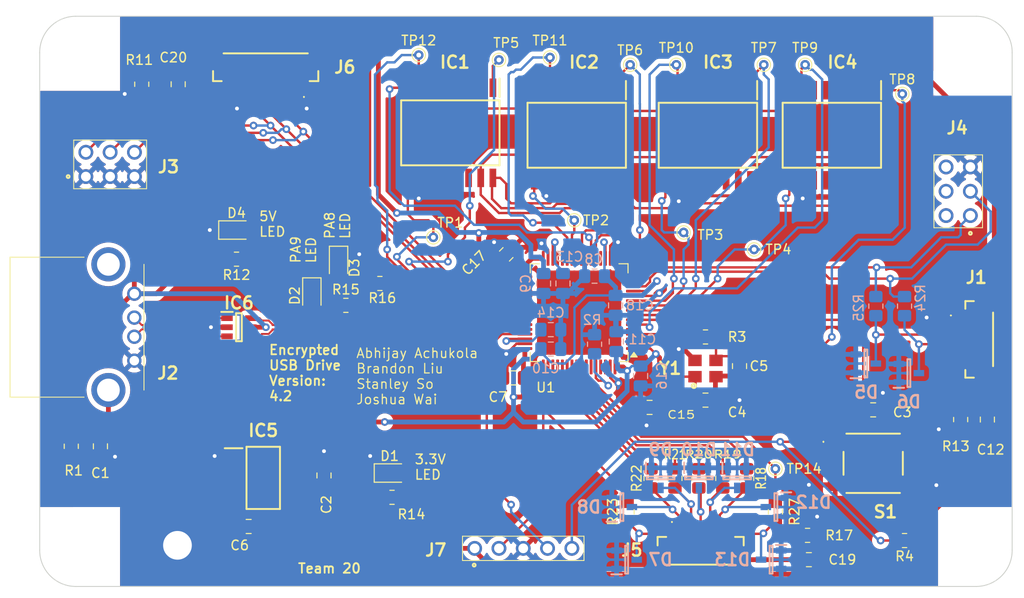
<source format=kicad_pcb>
(kicad_pcb (version 20240108) (generator "pcbnew") (generator_version "8.0")
  (layers (0 "F.Cu" signal) (31 "B.Cu" signal) (34 "B.Paste" user) (35 "F.Paste" user) (36 "B.SilkS" user "B.Silkscreen") (37 "F.SilkS" user "F.Silkscreen") (38 "B.Mask" user) (39 "F.Mask" user) (44 "Edge.Cuts" user))
  (net 0 "")
  (net 1 "GND")
  (net 2 "nRST")
  (net 3 "PC6{slash}HOLD1")
  (net 4 "PA6{slash}MISO")
  (net 7 "Net-(C12-Pad1)")
  (net 12 "PA7{slash}MOSI")
  (net 13 "PA5{slash}SCK")
  (net 14 "+5V")
  (net 15 "PA9{slash}Debug")
  (net 16 "PA13{slash}SWDIO")
  (net 17 "PA14{slash}SWCLK")
  (net 18 "PB12{slash}LCD NSS")
  (net 19 "PC14{slash}OSC IN")
  (net 20 "PC15{slash}OSC OUT")
  (net 21 "Net-(C1-Pad1)")
  (net 22 "D-")
  (net 23 "D+")
  (net 55 "/Microcontroller Circuitry/BOOT0")
  (net 57 "VBAT")
  (net 58 "Net-(Y1-XTAL_2)")
  (net 59 "VCAP1")
  (net 60 "VCAP2")
  (net 61 "Net-(D1-A)")
  (net 62 "Net-(D2-A)")
  (net 63 "Net-(D3-A)")
  (net 65 "Net-(C19-Pad1)")
  (net 67 "Net-(C20-Pad1)")
  (net 72 "USB+")
  (net 73 "USB-")
  (net 74 "PC7{slash}WP1")
  (net 75 "PC9{slash}CS1")
  (net 76 "PA3{slash}CS3")
  (net 78 "Net-(D4-A)")
  (net 79 "PB13{slash}LCD SCK")
  (net 80 "PB15{slash}LCD MOSI")
  (net 83 "PB1{slash}CS2")
  (net 84 "PB0{slash}WP2")
  (net 87 "PA2{slash}HOLD2")
  (net 88 "FP RX")
  (net 89 "FP TX")
  (net 90 "KeyC3")
  (net 94 "PB6{slash}HOLD4")
  (net 95 "PC1{slash}HOLD3")
  (net 96 "PC3{slash}CS3")
  (net 97 "PC2{slash}WP3")
  (net 98 "PC0{slash}WP4")
  (net 99 "PH1{slash}CS4")
  (net 100 "PA8{slash}Debug")
  (net 104 "KeyC1")
  (net 105 "KeyR3")
  (net 106 "KeyR2")
  (net 107 "KeyR1")
  (net 108 "KeyR4")
  (net 109 "KeyC2")
  (net 110 "PA0{slash}FP TX ESD")
  (net 111 "PA1{slash}FP RX ESD")
  (net 112 "PB4{slash}KeyR3 ESD")
  (net 113 "PB3{slash}KeyR2 ESD")
  (net 114 "PC12{slash}KeyR1 ESD")
  (net 115 "PC11{slash}KeyC3 ESD")
  (net 116 "PC10{slash}KeyC2 ESD")
  (net 117 "PA15{slash}KeyC1 ESD")
  (net 118 "PB5{slash}KeyR4 ESD")
  (footprint "CustomFootprints:BM07BSRSSTBLFSN" (layer "F.Cu") (at 154.686 131.572)
    (property "Reference" "J5")
    (property "Value" "BM07B-SRSS-TB_LF__SN_" (hide yes))
  )
  (footprint "TestPoint:TestPoint_THTPad_D1.0mm_Drill0.5mm" (layer "F.Cu") (at 165.608 80.772)
    (property "Reference" "TP9")
    (property "Value" "TestPoint" (hide yes))
  )
  (footprint "Capacitor_SMD:C_0805_2012Metric_Pad1.18x1.45mm_HandSolder" (layer "F.Cu") (at 155.194 115.824)
    (property "Reference" "C4")
    (property "Value" "10p" (hide yes))
  )
  (footprint "Capacitor_SMD:C_0805_2012Metric_Pad1.18x1.45mm_HandSolder" (layer "F.Cu") (at 91.948 120.65 -90)
    (property "Reference" "C1")
    (property "Value" "2.2n" (hide yes))
  )
  (footprint "TestPoint:TestPoint_THTPad_D1.0mm_Drill0.5mm" (layer "F.Cu") (at 133.604 80.264)
    (property "Reference" "TP5")
    (property "Value" "TestPoint" (hide yes))
  )
  (footprint "MountingHole:MountingHole_3.2mm_M3_DIN965" (layer "F.Cu") (at 183.642 79.502)
    (property "Reference" "H3" (hide yes))
    (property "Value" "MountingHole" (hide yes))
  )
  (footprint "Capacitor_SMD:C_0805_2012Metric_Pad1.18x1.45mm_HandSolder" (layer "F.Cu") (at 172.72 116.84)
    (property "Reference" "C3")
    (property "Value" "0.1u" (hide yes))
  )
  (footprint "TestPoint:TestPoint_THTPad_D1.0mm_Drill0.5mm" (layer "F.Cu") (at 138.938 80.01)
    (property "Reference" "TP11")
    (property "Value" "TestPoint" (hide yes))
  )
  (footprint "LED_SMD:LED_0805_2012Metric_Pad1.15x1.40mm_HandSolder" (layer "F.Cu") (at 116.84 101.6 -90)
    (property "Reference" "D3")
    (property "Value" "LED" (hide yes))
  )
  (footprint "CustomFootprints:BM06BSRSSTBTLFSN" (layer "F.Cu") (at 183.642 109.474 -90)
    (property "Reference" "J1")
    (property "Value" "BM06B-SRSS-TBT_LF__SN_" (hide yes))
  )
  (footprint "Resistor_SMD:R_0805_2012Metric_Pad1.20x1.40mm_HandSolder" (layer "F.Cu") (at 181.864 117.856 -90)
    (property "Reference" "R13")
    (property "Value" "1M" (hide yes))
  )
  (footprint "Resistor_SMD:R_0805_2012Metric_Pad1.20x1.40mm_HandSolder" (layer "F.Cu") (at 106.172 101.092 180)
    (property "Reference" "R12")
    (property "Value" "220" (hide yes))
  )
  (footprint "MountingHole:MountingHole_3.2mm_M3_DIN965" (layer "F.Cu") (at 183.642 131.318)
    (property "Reference" "H4" (hide yes))
    (property "Value" "MountingHole" (hide yes))
  )
  (footprint "Resistor_SMD:R_0805_2012Metric_Pad1.20x1.40mm_HandSolder" (layer "F.Cu") (at 154.5 124 90)
    (property "Reference" "R20")
    (property "Value" "1000" (hide yes))
  )
  (footprint "Resistor_SMD:R_0805_2012Metric_Pad1.20x1.40mm_HandSolder" (layer "F.Cu") (at 162.5 127.5 90)
    (property "Reference" "R27")
    (property "Value" "1000" (hide yes))
  )
  (footprint "Resistor_SMD:R_0805_2012Metric_Pad1.20x1.40mm_HandSolder" (layer "F.Cu") (at 149.5 124 90)
    (property "Reference" "R22")
    (property "Value" "1000" (hide yes))
  )
  (footprint "Resistor_SMD:R_0805_2012Metric_Pad1.20x1.40mm_HandSolder" (layer "F.Cu") (at 176 130.5 180)
    (property "Reference" "R4")
    (property "Value" "1K")
  )
  (footprint "Resistor_SMD:R_0805_2012Metric_Pad1.20x1.40mm_HandSolder" (layer "F.Cu") (at 96.266 82.804 -90)
    (property "Reference" "R11")
    (property "Value" "1M" (hide yes))
  )
  (footprint "TestPoint:TestPoint_THTPad_D1.0mm_Drill0.5mm" (layer "F.Cu") (at 126.746 98.806)
    (property "Reference" "TP1")
    (property "Value" "TestPoint" (hide yes))
  )
  (footprint "TestPoint:TestPoint_THTPad_D1.0mm_Drill0.5mm" (layer "F.Cu") (at 152.146 80.772)
    (property "Reference" "TP10")
    (property "Value" "TestPoint" (hide yes))
  )
  (footprint "LED_SMD:LED_0805_2012Metric_Pad1.15x1.40mm_HandSolder" (layer "F.Cu") (at 122.428 123.444)
    (property "Reference" "D1")
    (property "Value" "LED" (hide yes))
  )
  (footprint "Capacitor_SMD:C_0805_2012Metric_Pad1.18x1.45mm_HandSolder" (layer "F.Cu") (at 135.128 113.5 180)
    (property "Reference" "C7")
    (property "Value" "4.7u" (hide yes))
  )
  (footprint "CustomFootprints:custom" (layer "F.Cu") (at 172.72 122.428)
    (property "Reference" "S1")
    (property "Value" "222AMVBAR" (hide yes))
  )
  (footprint "Resistor_SMD:R_0805_2012Metric_Pad1.20x1.40mm_HandSolder" (layer "F.Cu") (at 88.9 120.65 -90)
    (property "Reference" "R1")
    (property "Value" "1M" (hide yes))
  )
  (footprint "Capacitor_SMD:C_0805_2012Metric_Pad1.18x1.45mm_HandSolder" (layer "F.Cu") (at 149.352 116.586 180)
    (property "Reference" "C15")
    (property "Value" "1u" (hide yes))
  )
  (footprint "LED_SMD:LED_0805_2012Metric_Pad1.15x1.40mm_HandSolder" (layer "F.Cu") (at 114.046 104.902 -90)
    (property "Reference" "D2")
    (property "Value" "LED" (hide yes))
  )
  (footprint "TestPoint:TestPoint_THTPad_D1.0mm_Drill0.5mm" (layer "F.Cu") (at 141.478 97.028)
    (property "Reference" "TP2")
    (property "Value" "TestPoint" (hide yes))
  )
  (footprint "TestPoint:TestPoint_THTPad_D1.0mm_Drill0.5mm" (layer "F.Cu") (at 160.274 100.076)
    (property "Reference" "TP4")
    (property "Value" "TestPoint" (hide yes))
  )
  (footprint "Resistor_SMD:R_0805_2012Metric_Pad1.20x1.40mm_HandSolder" (layer "F.Cu") (at 157 124 90)
    (property "Reference" "R19")
    (property "Value" "1000" (hide yes))
  )
  (footprint "MountingHole:MountingHole_3.2mm_M3_DIN965" (layer "F.Cu") (at 89.408 79.502)
    (property "Reference" "H1" (hide yes))
    (property "Value" "MountingHole" (hide yes))
  )
  (footprint "Resistor_SMD:R_0805_2012Metric_Pad1.20x1.40mm_HandSolder" (layer "F.Cu") (at 117.602 105.918)
    (property "Reference" "R15")
    (property "Value" "220" (hide yes))
  )
  (footprint "TestPoint:TestPoint_THTPad_D1.0mm_Drill0.5mm" (layer "F.Cu") (at 161.29 80.772)
    (property "Reference" "TP7")
    (property "Value" "TestPoint" (hide yes))
  )
  (footprint "Package_QFP:LQFP-64_10x10mm_P0.5mm" (layer "F.Cu") (at 141.986 106.68 180)
    (property "Reference" "U1")
    (property "Value" "STM32H7A3RGTx" (hide yes))
  )
  (footprint "Resistor_SMD:R_0805_2012Metric_Pad1.20x1.40mm_HandSolder" (layer "F.Cu") (at 122.428 125.984 180)
    (property "Reference" "R14")
    (property "Value" "220" (hide yes))
  )
  (footprint "MountingHole:MountingHole_3.2mm_M3_DIN965" (layer "F.Cu") (at 89.408 131.318)
    (property "Reference" "H2" (hide yes))
    (property "Value" "MountingHole" (hide yes))
  )
  (footprint "TestPoint:TestPoint_THTPad_D1.0mm_Drill0.5mm" (layer "F.Cu") (at 162.5 123)
    (property "Reference" "TP14")
    (property "Value" "TestPoint" (hide yes))
  )
  (footprint "CustomFootprints:TSW-105-XX-YY-S" (layer "F.Cu") (at 131.064 131.318)
    (property "Reference" "J7")
    (property "Value" "TSW-105-05-F-S" (hide yes))
  )
  (footprint "Resistor_SMD:R_0805_2012Metric_Pad1.20x1.40mm_HandSolder" (layer "F.Cu") (at 147 127.5 90)
    (property "Reference" "R23")
    (property "Value" "1000" (hide yes))
  )
  (footprint "Capacitor_SMD:C_0805_2012Metric_Pad1.18x1.45mm_HandSolder" (layer "F.Cu") (at 100.076 82.804 -90)
    (property "Reference" "C20")
    (property "Value" "2.2n" (hide yes))
  )
  (footprint "CustomFootprints:ABM8G" (layer "F.Cu") (at 155.194 112.522)
    (property "Reference" "Y1")
    (property "Value" "ABM8G-48.000MHZ-18-D2Y-T" (hide yes))
  )
  (footprint "Capacitor_SMD:C_0805_2012Metric_Pad1.18x1.45mm_HandSolder" (layer "F.Cu") (at 158.75 112.268 -90)
    (property "Reference" "C5")
    (property "Value" "10p" (hide yes))
  )
  (footprint "TestPoint:TestPoint_THTPad_D1.0mm_Drill0.5mm" (layer "F.Cu") (at 152.908 98.298)
    (property "Reference" "TP3")
    (property "Value" "TestPoint" (hide yes))
  )
  (footprint "CustomFootprints:SOIC127P1032X264-16N" (layer "F.Cu") (at 128.524 87.884 -90)
    (property "Reference" "IC1")
    (property "Value" "W25N01GVSFIG" (hide yes))
  )
  (footprint "TestPoint:TestPoint_THTPad_D1.0mm_Drill0.5mm" (layer "F.Cu") (at 147.32 80.772)
    (property "Reference" "TP6")
    (property "Value" "TestPoint" (hide yes))
  )
  (footprint "Capacitor_SMD:C_0805_2012Metric_Pad1.18x1.45mm_HandSolder" (layer "F.Cu") (at 134.366 100.584 45)
    (property "Reference" "C17")
    (property "Value" "1u" (hide yes))
  )
  (footprint "Resistor_SMD:R_0805_2012Metric_Pad1.20x1.40mm_HandSolder" (layer "F.Cu") (at 152 124 90)
    (property "Reference" "R21")
    (property "Value" "1000" (hide yes))
  )
  (footprint "Resistor_SMD:R_0805_2012Metric_Pad1.20x1.40mm_HandSolder" (layer "F.Cu") (at 121.158 103.632)
    (property "Reference" "R16")
    (property "Value" "220" (hide yes))
  )
  (footprint "Capacitor_SMD:C_0805_2012Metric_Pad1.18x1.45mm_HandSolder" (layer "F.Cu") (at 107.442 129.032)
    (property "Reference" "C6")
    (property "Value" "10u" (hide yes))
  )
  (footprint "CustomFootprints:SOIC127P1032X264-16N" (layer "F.Cu") (at 141.732 88.138 -90)
    (property "Reference" "IC2")
    (property "Value" "W25N01GVSFIG" (hide yes))
  )
  (footprint "CustomFootprints:SOT95P280X145-6N" (layer "F.Cu") (at 106.426 108.204)
    (property "Reference" "IC6")
    (property "Value" "USBLC6-2SC6" (hide yes))
  )
  (footprint "Resistor_SMD:R_0805_2012Metric_Pad1.20x1.40mm_HandSolder" (layer "F.Cu") (at 159.5 124 90)
    (property "Reference" "R18")
    (property "Value" "1000" (hide yes))
  )
  (footprint "TestPoint:TestPoint_THTPad_D1.0mm_Drill0.5mm" (layer "F.Cu") (at 175.768 83.82)
    (property "Reference" "TP8")
    (property "Value" "TestPoint" (hide yes))
  )
  (footprint "CustomFootprints:63643722" (layer "F.Cu") (at 95.49 104.7 -90)
    (property "Reference" "J2")
    (property "Value" "6364372-2" (hide yes))
  )
  (footprint "Capacitor_SMD:C_0805_2012Metric_Pad1.18x1.45mm_HandSolder" (layer "F.Cu") (at 184.658 117.856 -90)
    (property "Reference" "C12")
    (property "Value" "2.2n" (hide yes))
  )
  (footprint "CustomFootprints:custom1" (layer "F.Cu") (at 182.88 96.534 90)
    (property "Reference" "J4")
    (property "Value" "TSW-103-14-S-D" (hide yes))
  )
  (footprint "CustomFootprints:SOIC127P1032X264-16N" (layer "F.Cu") (at 168.402 88.138 -90)
    (property "Reference" "IC4")
    (property "Value" "W25N01GVSFIG" (hide yes))
  )
  (footprint "TestPoint:TestPoint_THTPad_D1.0mm_Drill0.5mm" (layer "F.Cu") (at 125.222 79.756)
    (property "Reference" "TP12")
    (property "Value" "TestPoint" (hide yes))
  )
  (footprint "LED_SMD:LED_0805_2012Metric_Pad1.15x1.40mm_HandSolder" (layer "F.Cu") (at 106.172 98.044)
    (property "Reference" "D4")
    (property "Value" "LED" (hide yes))
  )
  (footprint "Resistor_SMD:R_0805_2012Metric_Pad1.20x1.40mm_HandSolder" (layer "F.Cu") (at 155.194 109.22 180)
    (property "Reference" "R3")
    (property "Value" "330" (hide yes))
  )
  (footprint "CustomFootprints:SOT230P700X180-4N" (layer "F.Cu") (at 108.966 123.952)
    (property "Reference" "IC5")
    (property "Value" "AZ1117IH-3.3TRG1" (hide yes))
  )
  (footprint "CustomFootprints:BM09BSRSSTBLFSN" (layer "F.Cu") (at 109.22 81.029 180)
    (property "Reference" "J6")
    (property "Value" "BM09B-SRSS-TB_LF__SN_" (hide yes))
  )
  (footprint "Resistor_SMD:R_0805_2012Metric_Pad1.20x1.40mm_HandSolder" (layer "F.Cu") (at 165.862 129.96)
    (property "Reference" "R17")
    (property "Value" "1M" (hide yes))
  )
  (footprint "Capacitor_SMD:C_0805_2012Metric_Pad1.18x1.45mm_HandSolder" (layer "F.Cu") (at 115.316 123.698 90)
    (property "Reference" "C2")
    (property "Value" "22u" (hide yes))
  )
  (footprint "CustomFootprints:SOIC127P1032X264-16N" (layer "F.Cu") (at 155.448 88.138 -90)
    (property "Reference" "IC3")
    (property "Value" "W25N01GVSFIG" (hide yes))
  )
  (footprint "CustomFootprints:custom1" (layer "F.Cu") (at 90.424 92.456)
    (property "Reference" "J3")
    (property "Value" "TSW-103-14-S-D" (hide yes))
  )
  (footprint "Capacitor_SMD:C_0805_2012Metric_Pad1.18x1.45mm_HandSolder" (layer "F.Cu") (at 166 132.5)
    (property "Reference" "C19")
    (property "Value" "2.2n" (hide yes))
  )
  (footprint "Capacitor_SMD:C_0805_2012Metric_Pad1.18x1.45mm_HandSolder" (layer "B.Cu") (at 143.597 102.87 180)
    (property "Reference" "C8")
    (property "Value" "100n" (hide yes))
  )
  (footprint "CustomFootprints:SOT96P240X110-3N" (layer "B.Cu") (at 146.95 132.5)
    (property "Reference" "D7")
    (property "Value" "D5V0L2B3SO-7" (hide yes))
  )
  (footprint "CustomFootprints:SOT96P240X110-3N" (layer "B.Cu") (at 162.05 132.5 180)
    (property "Reference" "D13")
    (property "Value" "D5V0L2B3SO-7" (hide yes))
  )
  (footprint "Resistor_SMD:R_0805_2012Metric_Pad1.20x1.40mm_HandSolder" (layer "B.Cu") (at 176 106 90)
    (property "Reference" "R24")
    (property "Value" "220" (hide yes))
  )
  (footprint "Capacitor_SMD:C_0805_2012Metric_Pad1.18x1.45mm_HandSolder" (layer "B.Cu") (at 145.796 105.918 -90)
    (property "Reference" "C18")
    (property "Value" "100n" (hide yes))
  )
  (footprint "Capacitor_SMD:C_0805_2012Metric_Pad1.18x1.45mm_HandSolder" (layer "B.Cu") (at 148.411 113.2975 -90)
    (property "Reference" "C16")
    (property "Value" "100n" (hide yes))
  )
  (footprint "CustomFootprints:SOT96P240X110-3N" (layer "B.Cu") (at 162.55 127 180)
    (property "Reference" "D12")
    (property "Value" "D5V0L2B3SO-7" (hide yes))
  )
  (footprint "CustomFootprints:SOT96P240X110-3N" (layer "B.Cu") (at 176.45 113)
    (property "Reference" "D6")
    (property "Value" "D5V0L2B3SO-7" (hide yes))
  )
  (footprint "Capacitor_SMD:C_0805_2012Metric_Pad1.18x1.45mm_HandSolder" (layer "B.Cu") (at 139.025 110.49)
    (property "Reference" "C10")
    (property "Value" "100n" (hide yes))
  )
  (footprint "Capacitor_SMD:C_0805_2012Metric_Pad1.18x1.45mm_HandSolder" (layer "B.Cu") (at 139.025 108.458)
    (property "Reference" "C14")
    (property "Value" "100n" (hide yes))
  )
  (footprint "Resistor_SMD:R_0805_2012Metric_Pad1.20x1.40mm_HandSolder" (layer "B.Cu") (at 173 106 90)
    (property "Reference" "R25")
    (property "Value" "220" (hide yes))
  )
  (footprint "CustomFootprints:SOT96P240X110-3N" (layer "B.Cu") (at 158.5 123.95 -90)
    (property "Reference" "D11")
    (property "Value" "D5V0L2B3SO-7" (hide yes))
  )
  (footprint "Capacitor_SMD:C_0805_2012Metric_Pad1.18x1.45mm_HandSolder" (layer "B.Cu") (at 145.8685 109.7065 90)
    (property "Reference" "C11")
    (property "Value" "100n" (hide yes))
  )
  (footprint "CustomFootprints:SOT96P240X110-3N" (layer "B.Cu") (at 150.5 123.95 -90)
    (property "Reference" "D9")
    (property "Value" "D5V0L2B3SO-7" (hide yes))
  )
  (footprint "CustomFootprints:SOT96P240X110-3N" (layer "B.Cu") (at 154.5 123.95 -90)
    (property "Reference" "D10")
    (property "Value" "D5V0L2B3SO-7" (hide yes))
  )
  (footprint "Capacitor_SMD:C_0805_2012Metric_Pad1.18x1.45mm_HandSolder" (layer "B.Cu") (at 138.263 103.632 -90)
    (property "Reference" "C9")
    (property "Value" "100n" (hide yes))
  )
  (footprint "CustomFootprints:SOT96P240X110-3N" (layer "B.Cu") (at 171.95 112)
    (property "Reference" "D5")
    (property "Value" "D5V0L2B3SO-7" (hide yes))
  )
  (footprint "Resistor_SMD:R_0805_2012Metric_Pad1.20x1.40mm_HandSolder" (layer "B.Cu") (at 143.597 109.982 90)
    (property "Reference" "R2")
    (property "Value" "10k" (hide yes))
  )
  (footprint "CustomFootprints:SOT96P240X110-3N" (layer "B.Cu") (at 146.45 127)
    (property "Reference" "D8")
    (property "Value" "D5V0L2B3SO-7" (hide yes))
  )
  (footprint "Capacitor_SMD:C_0805_2012Metric_Pad1.18x1.45mm_HandSolder" (layer "B.Cu") (at 140.295 103.632 -90)
    (property "Reference" "C13")
    (property "Value" "100n" (hide yes))
  )
  (gr_arc (start 89.35 135.3) (mid 86.687995 134.176649) (end 85.6 131.5) (stroke (width 0.1)) (layer "Edge.Cuts"))
  (gr_line (start 85.6 79.5) (end 85.6 131.5) (stroke (width 0.1)) (layer "Edge.Cuts"))
  (gr_arc (start 187.25 131.5) (mid 186.162003 134.176648) (end 183.5 135.3) (stroke (width 0.1)) (layer "Edge.Cuts"))
  (gr_line (start 183.5 75.7) (end 89.35 75.7) (stroke (width 0.1)) (layer "Edge.Cuts"))
  (gr_line (start 187.25 131.5) (end 187.25 79.5) (stroke (width 0.1)) (layer "Edge.Cuts"))
  (gr_line (start 89.35 135.3) (end 183.5 135.3) (stroke (width 0.1)) (layer "Edge.Cuts"))
  (gr_arc (start 183.5 75.7) (mid 186.161992 76.823363) (end 187.25 79.5) (stroke (width 0.1)) (layer "Edge.Cuts"))
  (gr_arc (start 85.6 79.5) (mid 86.687989 76.823344) (end 89.35 75.7) (stroke (width 0.1)) (layer "Edge.Cuts"))
  (gr_text "PA9 \nLED" (at 114.554 101.6 90) (layer "F.SilkS") (effects (font (size 1 1)) (justify left bottom)))
  (gr_text "Encrypted \nUSB Drive\nVersion: \n4.2\n\n" (at 109.474 117.602 0) (layer "F.SilkS") (effects (font (size 1 1) (thickness 0.1875)) (justify left bottom)))
  (gr_text "3.3V \nLED" (at 124.714 124.206 0) (layer "F.SilkS") (effects (font (size 1 1)) (justify left bottom)))
  (gr_text "\nAbhijay Achukola\nBrandon Liu\nStanley So \nJoshua Wai" (at 118.618 116.332 0) (layer "F.SilkS") (effects (font (size 1 1) (thickness 0.125)) (justify left bottom)))
  (gr_text "Team 20" (at 112.5 134 0) (layer "F.SilkS") (effects (font (size 1 1) (thickness 0.1875)) (justify left bottom)))
  (gr_text "5V\nLED" (at 108.458 98.806 0) (layer "F.SilkS") (effects (font (size 1 1)) (justify left bottom)))
  (gr_text "PA8\nLED" (at 118.11 99.06 90) (layer "F.SilkS") (effects (font (size 1 1)) (justify left bottom)))
  (segment (start 146.05 99.314) (end 145.611305 99.314) (width 0.25) (layer "F.Cu") (net 1))
  (segment (start 136.369623 99.850377) (end 135.099623 99.850377) (width 0.5) (layer "F.Cu") (net 1))
  (segment (start 88.9 121.65) (end 91.9105 121.65) (width 0.5) (layer "F.Cu") (net 1))
  (segment (start 103.504 108.204) (end 103.5 108.2) (width 0.25) (layer "F.Cu") (net 1))
  (segment (start 100.076 83.8415) (end 96.3035 83.8415) (width 0.5) (layer "F.Cu") (net 1))
  (segment (start 145.796 114.046) (end 145.236 113.486) (width 0.25) (layer "F.Cu") (net 1))
  (segment (start 150.104611 104.93) (end 147.661 104.93) (width 0.25) (layer "F.Cu") (net 1))
  (segment (start 148.3145 117.8145) (end 149 118.5) (width 0.5) (layer "F.Cu") (net 1))
  (segment (start 152.4 110.49) (end 152.912 110.49) (width 0.5) (layer "F.Cu") (net 1))
  (segment (start 94.488 83.82) (end 96.25 83.82) (width 0.5) (layer "F.Cu") (net 1))
  (segment (start 168.745 124.678) (end 166 124.678) (width 0.5) (layer "F.Cu") (net 1))
  (segment (start 146.087 114.046) (end 145.796 114.046) (width 0.25) (layer "F.Cu") (net 1))
  (segment (start 178.308 107.188) (end 179.832 107.188) (width 0.5) (layer "F.Cu") (net 1))
  (segment (start 156.2315 115.824) (end 158.75 115.824) (width 0.5) (layer "F.Cu") (net 1))
  (segment (start 138.736 100.128) (end 138.736 101.005) (width 0.25) (layer "F.Cu") (net 1))
  (segment (start 146.087 115.607) (end 147.066 116.586) (width 0.5) (layer "F.Cu") (net 1))
  (segment (start 167.0375 132.842) (end 167.0375 131.5095) (width 0.5) (layer "F.Cu") (net 1))
  (segment (start 165.227 94.615) (end 165.354 94.742) (width 0.25) (layer "F.Cu") (net 1))
  (segment (start 112.22 82.804) (end 112.22 84.058) (width 0.5) (layer "F.Cu") (net 1))
  (segment (start 116.84 100.575001) (end 119 100.575001) (width 0.5) (layer "F.Cu") (net 1))
  (segment (start 134.366 113.2245) (end 134.0905 113.5) (width 0.5) (layer "F.Cu") (net 1))
  (segment (start 150.363347 104.671264) (end 150.104611 104.93) (width 0.25) (layer "F.Cu") (net 1))
  (segment (start 145.236 113.486) (end 145.236 112.355) (width 0.25) (layer "F.Cu") (net 1))
  (segment (start 121.403 122.165) (end 121.403 123.444) (width 0.5) (layer "F.Cu") (net 1))
  (segment (start 105.176 108.204) (end 103.504 108.204) (width 0.5) (layer "F.Cu") (net 1))
  (segment (start 115.378999 100.575001) (end 116.84 100.575001) (width 0.5) (layer "F.Cu") (net 1))
  (segment (start 125.349 92.594) (end 125.349 94.615) (width 0.5) (layer "F.Cu") (net 1))
  (segment (start 114.046 103.877001) (end 114.046 101.908) (width 0.5) (layer "F.Cu") (net 1))
  (segment (start 107.95 132.08) (end 101.08 132.08) (width 0.5) (layer "F.Cu") (net 1))
  (segment (start 156.3605 113.3055) (end 156.294 113.372) (width 0.25) (layer "F.Cu") (net 1))
  (segment (start 150.363347 104.643347) (end 150.363347 104.671264) (width 0.25) (layer "F.Cu") (net 1))
  (segment (start 112.22 84.058) (end 113.506 85.344) (width 0.5) (layer "F.Cu") (net 1))
  (segment (start 134.366 110.998) (end 135.434 109.93) (width 0.25) (layer "F.Cu") (net 1))
  (segment (start 179.594 118.856) (end 179.578 118.872) (width 0.25) (layer "F.Cu") (net 1))
  (segment (start 120.904 121.666) (end 121.403 122.165) (width 0.5) (layer "F.Cu") (net 1))
  (segment (start 179.288 124.678) (end 179.324 124.714) (width 0.25) (layer "F.Cu") (net 1))
  (segment (start 113.22 82.804) (end 113.804 82.804) (width 0.5) (layer "F.Cu") (net 1))
  (segment (start 156.2315 113.4345) (end 156.294 113.372) (width 0.25) (layer "F.Cu") (net 1))
  (segment (start 105.147 98.044) (end 103.378 98.044) (width 0.5) (layer "F.Cu") (net 1))
  (segment (start 184.658 118.8935) (end 181.9015 118.8935) (width 0.5) (layer "F.Cu") (net 1))
  (segment (start 108.4795 129.032) (end 108.4795 131.5505) (width 0.5) (layer "F.Cu") (net 1))
  (segment (start 165.227 92.848) (end 165.227 94.615) (width 0.5) (layer "F.Cu") (net 1))
  (segment (start 181.864 118.856) (end 179.594 118.856) (width 0.5) (layer "F.Cu") (net 1))
  (segment (start 101.08 132.08) (end 100 131) (width 0.25) (layer "F.Cu") (net 1))
  (segment (start 114.5 83.5) (end 114.5 84.35) (width 0.5) (layer "F.Cu") (net 1))
  (segment (start 138.049 99.441) (end 136.779 99.441) (width 0.5) (layer "F.Cu") (net 1))
  (segment (start 133.547246 98.862754) (end 134.112 98.862754) (width 0.5) (layer "F.Cu") (net 1))
  (segment (start 113.804 82.804) (end 114.5 83.5) (width 0.5) (layer "F.Cu") (net 1))
  (segment (start 145.236 99.689305) (end 145.236 101.005) (width 0.25) (layer "F.Cu") (net 1))
  (segment (start 173.7575 115.0835) (end 173.736 115.062) (width 0.25) (layer "F.Cu") (net 1))
  (segment (start 176.695 124.678) (end 179.288 124.678) (width 0.5) (layer "F.Cu") (net 1))
  (segment (start 115.316 122.6605) (end 115.316 121.158) (width 0.5) (layer "F.Cu") (net 1))
  (segment (start 136.779 99.441) (end 136.369623 99.850377) (width 0.5) (layer "F.Cu") (net 1))
  (segment (start 133.096 99.314) (end 133.547246 98.862754) (width 0.5) (layer "F.Cu") (net 1))
  (segment (start 152.912 110.49) (end 154.094 111.672) (width 0.5) (layer "F.Cu") (net 1))
  (segment (start 145.611305 99.314) (end 145.236 99.689305) (width 0.25) (layer "F.Cu") (net 1))
  (segment (start 179.832 107.188) (end 180.594 107.95) (width 0.5) (layer "F.Cu") (net 1))
  (segment (start 114.5 84.35) (end 113.506 85.344) (width 0.5) (layer "F.Cu") (net 1))
  (segment (start 114.046 101.908) (end 115.378999 100.575001) (width 0.5) (layer "F.Cu") (net 1))
  (segment (start 181.9015 118.8935) (end 181.872 118.864) (width 0.25) (layer "F.Cu") (net 1))
  (segment (start 154.094 111.672) (end 154.094 111.594) (width 0.25) (layer "F.Cu") (net 1))
  (segment (start 96.25 83.82) (end 96.266 83.804) (width 0.25) (layer "F.Cu") (net 1))
  (segment (start 125.349 94.615) (end 125.222 94.742) (width 0.25) (layer "F.Cu") (net 1))
  (segment (start 96.3035 83.8415) (end 96.266 83.804) (width 0.25) (layer "F.Cu") (net 1))
  (segment (start 166.862 129.96) (end 166.862 128) (width 0.5) (layer "F.Cu") (net 1))
  (segment (start 105.866 121.652) (end 103.9 121.652) (width 0.5) (layer "F.Cu") (net 1))
  (segment (start 158.75 113.3055) (end 156.3605 113.3055) (width 0.5) (layer "F.Cu") (net 1))
  (segment (start 148.3145 116.586) (end 148.3145 117.8145) (width 0.5) (layer "F.Cu") (net 1))
  (segment (start 182.006 107.95) (end 182.03 107.974) (width 0.25) (layer "F.Cu") (net 1))
  (segment (start 106.22 82.804) (end 106.22 85.344) (width 0.5) (layer "F.Cu") (net 1))
  (segment (start 91.9105 121.65) (end 91.948 121.6875) (width 0.25) (layer "F.Cu") (net 1))
  (segment (start 173.7575 116.84) (end 173.7575 115.0835) (width 0.5) (layer "F.Cu") (net 1))
  (segment (start 148.3145 116.586) (end 148.082 116.586) (width 0.25) (layer "F.Cu") (net 1))
  (segment (start 152.4 95.033) (end 152.273 94.906) (width 0.25) (layer "F.Cu") (net 1))
  (segment (start 138.557 94.488) (end 138.557 92.848) (width 0.5) (layer "F.Cu") (net 1))
  (segment (start 166.862 131.334) (end 166.862 130.302) (width 0.5) (layer "F.Cu") (net 1))
  (segment (start 134.366 110.998) (end 134.366 113.2245) (width 0.5) (layer "F.Cu") (net 1))
  (segment (start 108.4795 131.5505) (end 107.95 132.08) (width 0.5) (layer "F.Cu") (net 1))
  (segment (start 147.066 116.586) (end 148.3145 116.586) (width 0.5) (layer "F.Cu") (net 1))
  (segment (start 93.420448 121.6875) (end 93.472 121.739052) (width 0.25) (layer "F.Cu") (net 1))
  (segment (start 91.948 121.6875) (end 93.420448 121.6875) (width 0.5) (layer "F.Cu") (net 1))
  (segment (start 156.2315 115.824) (end 156.2315 113.4345) (width 0.5) (layer "F.Cu") (net 1))
  (segment (start 152.273 94.906) (end 152.273 92.848) (width 0.5) (layer "F.Cu") (net 1))
  (segment (start 180.594 107.95) (end 182.006 107.95) (width 0.5) (layer "F.Cu") (net 1))
  (segment (start 138.049 99.441) (end 138.736 100.128) (width 0.25) (layer "F.Cu") (net 1))
  (segment (start 135.434 109.93) (end 136.311 109.93) (width 0.25) (layer "F.Cu") (net 1))
  (segment (start 181.872 118.864) (end 181.864 118.856) (width 0.25) (layer "F.Cu") (net 1))
  (segment (start 167.0375 131.5095) (end 166.862 131.334) (width 0.5) (layer "F.Cu") (net 1))
  (segment (start 120.142 121.666) (end 120.904 121.666) (width 0.5) (layer "F.Cu") (net 1))
  (segment (start 134.112 98.862754) (end 135.099623 99.850377) (width 0.5) (layer "F.Cu") (net 1))
  (segment (start 154.094 111.594) (end 154 111.5) (width 0.25) (layer "F.Cu") (net 1))
  (segment (start 103.9 121.652) (end 103.886 121.666) (width 0.25) (layer "F.Cu") (net 1))
  (segment (start 146.087 114.046) (end 146.087 115.607) (width 0.5) (layer "F.Cu") (net 1))
  (via (at 134.366 110.998) (size 0.8) (drill 0.4) (layers "F.Cu" "B.Cu") (net 1))
  (via (at 125.222 94.742) (size 0.8) (drill 0.4) (layers "F.Cu" "B.Cu") (net 1))
  (via (at 133.096 99.314) (size 0.8) (drill 0.4) (layers "F.Cu" "B.Cu") (net 1))
  (via (at 179.578 118.872) (size 0.8) (drill 0.4) (layers "F.Cu" "B.Cu") (net 1))
  (via (at 152.4 95.033) (size 0.8) (drill 0.4) (layers "F.Cu" "B.Cu") (net 1))
  (via (at 150.363347 104.643347) (size 0.8) (drill 0.4) (layers "F.Cu" "B.Cu") (net 1))
  (via (at 94.488 83.82) (size 0.8) (drill 0.4) (layers "F.Cu" "B.Cu") (net 1))
  (via (at 138.557 94.488) (size 0.8) (drill 0.4) (layers "F.Cu" "B.Cu") (net 1))
  (via (at 106.22 85.344) (size 0.8) (drill 0.4) (layers "F.Cu" "B.Cu") (net 1))
  (via (at 166 124.678) (size 0.8) (drill 0.4) (layers "F.Cu" "B.Cu") (net 1))
  (via (at 138.049 99.441) (size 0.8) (drill 0.4) (layers "F.Cu" "B.Cu") (net 1))
  (via (at 149.031771 118.468229) (size 0.8) (drill 0.4) (layers "F.Cu" "B.Cu") (net 1))
  (via (at 103.378 98.044) (size 0.8) (drill 0.4) (layers "F.Cu" "B.Cu") (net 1))
  (via (at 152.4 110.49) (size 0.8) (drill 0.4) (layers "F.Cu" "B.Cu") (net 1))
  (via (at 103.886 121.666) (size 0.8) (drill 0.4) (layers "F.Cu" "B.Cu") (net 1))
  (via (at 178.308 107.188) (size 0.8) (drill 0.4) (layers "F.Cu" "B.Cu") (net 1))
  (via (at 158.75 115.824) (size 0.8) (drill 0.4) (layers "F.Cu" "B.Cu") (net 1))
  (via (at 100 131) (size 6) (drill 3) (layers "F.Cu" "B.Cu") (net 1))
  (via (at 119 100.575001) (size 0.8) (drill 0.4) (layers "F.Cu" "B.Cu") (net 1))
  (via (at 103.5 108.2) (size 0.8) (drill 0.4) (layers "F.Cu" "B.Cu") (net 1))
  (via (at 166.862 128) (size 0.8) (drill 0.4) (layers "F.Cu" "B.Cu") (net 1))
  (via (at 120.142 121.666) (size 0.8) (drill 0.4) (layers "F.Cu" "B.Cu") (net 1))
  (via (at 146.087 114.046) (size 0.8) (drill 0.4) (layers "F.Cu" "B.Cu") (net 1))
  (via (at 179.324 124.714) (size 0.8) (drill 0.4) (layers "F.Cu" "B.Cu") (net 1))
  (via (at 165.354 94.742) (size 0.8) (drill 0.4) (layers "F.Cu" "B.Cu") (net 1))
  (via (at 113.506 85.344) (size 0.8) (drill 0.4) (layers "F.Cu" "B.Cu") (net 1))
  (via (at 146.05 99.314) (size 0.8) (drill 0.4) (layers "F.Cu" "B.Cu") (net 1))
  (via (at 115.316 121.158) (size 0.8) (drill 0.4) (layers "F.Cu" "B.Cu") (net 1))
  (via (at 93.472 121.739052) (size 0.8) (drill 0.4) (layers "F.Cu" "B.Cu") (net 1))
  (via (at 173.736 115.062) (size 0.8) (drill 0.4) (layers "F.Cu" "B.Cu") (net 1))
  (segment (start 148.411 114.335) (end 151.665 114.335) (width 0.5) (layer "B.Cu") (net 1))
  (segment (start 146.05 99.06) (end 145.034 98.044) (width 0.25) (layer "B.Cu") (net 1))
  (segment (start 144.272 98.044) (end 143.861 98.455) (width 0.25) (layer "B.Cu") (net 1))
  (segment (start 152.4 113.6) (end 151.665 114.335) (width 0.5) (layer "B.Cu") (net 1))
  (segment (start 140.295 104.6695) (end 140.76 104.6695) (width 0.25) (layer "B.Cu") (net 1))
  (segment (start 146.05 99.314) (end 146.05 99.06) (width 0.25) (layer "B.Cu") (net 1))
  (segment (start 145.034 98.044) (end 144.272 98.044) (width 0.25) (layer "B.Cu") (net 1))
  (segment (start 143.861 98.455) (end 143.861 99.217) (width 0.25) (layer "B.Cu") (net 1))
  (segment (start 145.5555 108.982) (end 145.8685 108.669) (width 0.5) (layer "B.Cu") (net 1))
  (segment (start 142.5595 100.5185) (end 142.5595 102.87) (width 0.25) (layer "B.Cu") (net 1))
  (segment (start 143.861 99.217) (end 142.5595 100.5185) (width 0.25) (layer "B.Cu") (net 1))
  (segment (start 140.0625 110.49) (end 140.0625 108.458) (width 0.5) (layer "B.Cu") (net 1))
  (segment (start 152.4 110.49) (end 152.4 113.6) (width 0.5) (layer "B.Cu") (net 1))
  (segment (start 140.76 104.6695) (end 142.5595 102.87) (width 0.5) (layer "B.Cu") (net 1))
  (segment (start 169.6815 107.43) (end 171.6825 109.431) (width 0.25) (layer "F.Cu") (net 2))
  (segment (start 168.6345 120.0675) (end 168.745 120.178) (width 0.25) (layer "F.Cu") (net 2))
  (segment (start 170.434 116.84) (end 171.6825 116.84) (width 0.25) (layer "F.Cu") (net 2))
  (segment (start 168.745 118.529) (end 170.434 116.84) (width 0.25) (layer "F.Cu") (net 2))
  (segment (start 163 120.178) (end 168.745 120.178) (width 0.25) (layer "F.Cu") (net 2))
  (segment (start 147.661 107.43) (end 169.6815 107.43) (width 0.25) (layer "F.Cu") (net 2))
  (segment (start 175 130.5) (end 173.5 130.5) (width 0.25) (layer "F.Cu") (net 2))
  (segment (start 168.745 120.178) (end 168.745 118.529) (width 0.25) (layer "F.Cu") (net 2))
  (segment (start 171.6825 109.431) (end 171.6825 116.84) (width 0.25) (layer "F.Cu") (net 2))
  (segment (start 168.745 120.178) (end 168.273 120.65) (width 0.25) (layer "F.Cu") (net 2))
  (via (at 173.5 130.5) (size 0.8) (drill 0.4) (layers "F.Cu" "B.Cu") (net 2))
  (via (at 163 120.178) (size 0.8) (drill 0.4) (layers "F.Cu" "B.Cu") (net 2))
  (segment (start 163 120.178) (end 173.322 130.5) (width 0.25) (layer "B.Cu") (net 2))
  (segment (start 147.822 120.178) (end 163 120.178) (width 0.25) (layer "B.Cu") (net 2))
  (segment (start 141.224 126.776) (end 147.822 120.178) (width 0.25) (layer "B.Cu") (net 2))
  (segment (start 141.224 131.318) (end 141.224 126.776) (width 0.25) (layer "B.Cu") (net 2))
  (segment (start 127.79 104.93) (end 124.206 101.346) (width 0.25) (layer "F.Cu") (net 3))
  (segment (start 128.27 100.584) (end 130.048 98.806) (width 0.25) (layer "F.Cu") (net 3))
  (segment (start 128.27 101.346) (end 128.27 100.584) (width 0.25) (layer "F.Cu") (net 3))
  (segment (start 136.311 104.93) (end 127.79 104.93) (width 0.25) (layer "F.Cu") (net 3))
  (segment (start 130.048 98.806) (end 130.048 97.79) (width 0.25) (layer "F.Cu") (net 3))
  (segment (start 132.969 83.174) (end 132.969 80.899) (width 0.25) (layer "F.Cu") (net 3))
  (segment (start 130.556 97.282) (end 130.556 95.504) (width 0.25) (layer "F.Cu") (net 3))
  (segment (start 130.048 97.79) (end 130.556 97.282) (width 0.25) (layer "F.Cu") (net 3))
  (segment (start 132.969 80.899) (end 133.604 80.264) (width 0.25) (layer "F.Cu") (net 3))
  (via (at 130.556 95.504) (size 0.8) (drill 0.4) (layers "F.Cu" "B.Cu") (net 3))
  (via (at 128.27 101.346) (size 0.8) (drill 0.4) (layers "F.Cu" "B.Cu") (net 3))
  (via (at 124.206 101.346) (size 0.8) (drill 0.4) (layers "F.Cu" "B.Cu") (net 3))
  (segment (start 130.556 95.504) (end 130.556 92.202) (width 0.25) (layer "B.Cu") (net 3))
  (segment (start 133.091758 89.666242) (end 133.091758 80.776242) (width 0.25) (layer "B.Cu") (net 3))
  (segment (start 130.556 92.202) (end 133.091758 89.666242) (width 0.25) (layer "B.Cu") (net 3))
  (segment (start 133.091758 80.776242) (end 133.604 80.264) (width 0.25) (layer "B.Cu") (net 3))
  (segment (start 128.27 101.346) (end 124.206 101.346) (width 0.25) (layer "B.Cu") (net 3))
  (segment (start 156.91676 86.078) (end 156.79676 86.078) (width 0.25) (layer "F.Cu") (net 4))
  (segment (start 137.287 83.428) (end 137.287 84.709) (width 0.25) (layer "F.Cu") (net 4))
  (segment (start 124.079 84.709) (end 124.079 83.174) (width 0.25) (layer "F.Cu") (net 4))
  (segment (start 151.003 85.217) (end 151.003 83.428) (width 0.25) (layer "F.Cu") (net 4))
  (segment (start 155.712158 85.598) (end 151.384 85.598) (width 0.25) (layer "F.Cu") (net 4))
  (segment (start 163.957 84.963) (end 163.322 85.598) (width 0.25) (layer "F.Cu") (net 4))
  (segment (start 124.079 83.174) (end 122.312 83.174) (width 0.25) (layer "F.Cu") (net 4))
  (segment (start 137.287 84.709) (end 138.176 85.598) (width 0.25) (layer "F.Cu") (net 4))
  (segment (start 143.011 98.806) (end 143.236 99.031) (width 0.25) (layer "F.Cu") (net 4))
  (segment (start 124.714 85.344) (end 124.079 84.709) (width 0.25) (layer "F.Cu") (net 4))
  (segment (start 156.31676 85.598) (end 156.19676 85.598) (width 0.25) (layer "F.Cu") (net 4))
  (segment (start 151.384 85.598) (end 151.003 85.217) (width 0.25) (layer "F.Cu") (net 4))
  (segment (start 127.312281 86.538) (end 127.312281 85.66) (width 0.25) (layer "F.Cu") (net 4))
  (segment (start 150.622 85.598) (end 151.003 85.217) (width 0.25) (layer "F.Cu") (net 4))
  (segment (start 163.322 85.598) (end 157.39676 85.598) (width 0.25) (layer "F.Cu") (net 4))
  (segment (start 126.13736 85.344) (end 124.714 85.344) (width 0.25) (layer "F.Cu") (net 4))
  (segment (start 126.996281 85.344) (end 126.838281 85.344) (width 0.25) (layer "F.Cu") (net 4))
  (segment (start 126.838281 85.344) (end 126.13736 85.344) (width 0.25) (layer "F.Cu") (net 4))
  (segment (start 138.176 85.598) (end 150.622 85.598) (width 0.25) (layer "F.Cu") (net 4))
  (segment (start 122.312 83.174) (end 122.174 83.312) (width 0.25) (layer "F.Cu") (net 4))
  (segment (start 137.287 84.709) (end 136.652 85.344) (width 0.25) (layer "F.Cu") (net 4))
  (segment (start 127.786281 86.854) (end 127.628281 86.854) (width 0.25) (layer "F.Cu") (net 4))
  (segment (start 143.236 99.031) (end 143.236 101.005) (width 0.25) (layer "F.Cu") (net 4))
  (segment (start 136.652 85.344) (end 128.418281 85.344) (width 0.25) (layer "F.Cu") (net 4))
  (segment (start 156.19676 85.598) (end 155.712158 85.598) (width 0.25) (layer "F.Cu") (net 4))
  (segment (start 128.102281 85.66) (end 128.102281 86.538) (width 0.25) (layer "F.Cu") (net 4))
  (segment (start 163.957 83.428) (end 163.957 84.963) (width 0.25) (layer "F.Cu") (net 4))
  (via (at 122.174 83.312) (size 0.8) (drill 0.4) (layers "F.Cu" "B.Cu") (net 4))
  (via (at 143.011 98.806) (size 0.8) (drill 0.4) (layers "F.Cu" "B.Cu") (net 4))
  (arc (start 128.418281 85.344) (mid 128.194835 85.436554) (end 128.102281 85.66) (width 0.25) (layer "F.Cu") (net 4))
  (arc (start 157.15676 85.838) (mid 157.086466 86.007706) (end 156.91676 86.078) (width 0.25) (layer "F.Cu") (net 4))
  (arc (start 156.55676 85.838) (mid 156.486466 85.668294) (end 156.31676 85.598) (width 0.25) (layer "F.Cu") (net 4))
  (arc (start 157.39676 85.598) (mid 157.227054 85.668294) (end 157.15676 85.838) (width 0.25) (layer "F.Cu") (net 4))
  (arc (start 127.628281 86.854) (mid 127.404835 86.761446) (end 127.312281 86.538) (width 0.25) (layer "F.Cu") (net 4))
  (arc (start 127.312281 85.66) (mid 127.219727 85.436554) (end 126.996281 85.344) (width 0.25) (layer "F.Cu") (net 4))
  (arc (start 128.102281 86.538) (mid 128.009727 86.761446) (end 127.786281 86.854) (width 0.25) (layer "F.Cu") (net 4))
  (arc (start 156.79676 86.078) (mid 156.627054 86.007706) (end 156.55676 85.838) (width 0.25) (layer "F.Cu") (net 4))
  (segment (start 122.174 83.312) (end 122.174 93.98) (width 0.25) (layer "B.Cu") (net 4))
  (segment (start 122.174 93.98) (end 123.698 95.504) (width 0.25) (layer "B.Cu") (net 4))
  (segment (start 136.535198 98.298) (end 142.503 98.298) (width 0.25) (layer "B.Cu") (net 4))
  (segment (start 131 97.5) (end 135.737198 97.5) (width 0.25) (layer "B.Cu") (net 4))
  (segment (start 129.004 95.504) (end 131 97.5) (width 0.25) (layer "B.Cu") (net 4))
  (segment (start 142.503 98.298) (end 143.011 98.806) (width 0.25) (layer "B.Cu") (net 4))
  (segment (start 123.698 95.504) (end 129.004 95.504) (width 0.25) (layer "B.Cu") (net 4))
  (segment (start 135.737198 97.5) (end 136.535198 98.298) (width 0.25) (layer "B.Cu") (net 4))
  (segment (start 184.554 116.7145) (end 184.658 116.8185) (width 0.25) (layer "F.Cu") (net 7))
  (segment (start 181.9015 116.8185) (end 181.864 116.856) (width 0.25) (layer "F.Cu") (net 7))
  (segment (start 184.554 113.274) (end 184.554 116.7145) (width 0.5) (layer "F.Cu") (net 7))
  (segment (start 184.658 116.8185) (end 181.9015 116.8185) (width 0.5) (layer "F.Cu") (net 7))
  (segment (start 165.403505 90.184) (end 165.403505 89.664) (width 0.25) (layer "F.Cu") (net 12))
  (segment (start 146.304 96.266) (end 145.796 95.758) (width 0.25) (layer "F.Cu") (net 12))
  (segment (start 146.05 90.424) (end 151.99366 90.424) (width 0.25) (layer "F.Cu") (net 12))
  (segment (start 142.736 101.005) (end 142.736 100.162236) (width 0.25) (layer "F.Cu") (net 12))
  (segment (start 153.07366 90.424) (end 153.19366 90.424) (width 0.25) (layer "F.Cu") (net 12))
  (segment (start 157.48 90.424) (end 158.623 91.567) (width 0.25) (layer "F.Cu") (net 12))
  (segment (start 132.842 90.17) (end 137.414 90.17) (width 0.25) (layer "F.Cu") (net 12))
  (segment (start 164.976212 90.424) (end 165.163505 90.424) (width 0.25) (layer "F.Cu") (net 12))
  (segment (start 152.83366 89.664) (end 152.83366 90.184) (width 0.25) (layer "F.Cu") (net 12))
  (segment (start 166.521381 90.424) (end 170.434 90.424) (width 0.25) (layer "F.Cu") (net 12))
  (segment (start 138.892 90.724) (end 138.892 90.14) (width 0.25) (layer "F.Cu") (net 12))
  (segment (start 139.62 90.932) (end 139.724 90.932) (width 0.25) (layer "F.Cu") (net 12))
  (segment (start 166.243505 90.424) (end 166.363505 90.424) (width 0.25) (layer "F.Cu") (net 12))
  (segment (start 145.796 95.758) (end 140.462 95.758) (width 0.25) (layer "F.Cu") (net 12))
  (segment (start 137.414 90.17) (end 138.176 90.932) (width 0.25) (layer "F.Cu") (net 12))
  (segment (start 144.907 91.567) (end 144.907 92.233) (width 0.25) (layer "F.Cu") (net 12))
  (segment (start 152.23366 90.184) (end 152.23366 89.664) (width 0.25) (layer "F.Cu") (net 12))
  (segment (start 146.304 96.774) (end 146.304 96.266) (width 0.25) (layer "F.Cu") (net 12))
  (segment (start 131.699 92.594) (end 131.699 91.313) (width 0.25) (layer "F.Cu") (net 12))
  (segment (start 158.623 92.848) (end 158.623 91.567) (width 0.25) (layer "F.Cu") (net 12))
  (segment (start 142.710695 98.081) (end 144.041299 98.081) (width 0.25) (layer "F.Cu") (net 12))
  (segment (start 170.434 90.424) (end 171.577 91.567) (width 0.25) (layer "F.Cu") (net 12))
  (segment (start 132.461 95.123) (end 133.190425 95.852425) (width 0.25) (layer "F.Cu") (net 12))
  (segment (start 166.363505 90.424) (end 166.521381 90.424) (width 0.25) (layer "F.Cu") (net 12))
  (segment (start 133.604 96.266) (end 135.592377 96.266) (width 0.25) (layer "F.Cu") (net 12))
  (segment (start 144.907 92.233) (end 144.907 92.848) (width 0.25) (layer "F.Cu") (net 12))
  (segment (start 139.954 96.266) (end 135.831696 96.266) (width 0.25) (layer "F.Cu") (net 12))
  (segment (start 139.1 89.932) (end 139.204 89.932) (width 0.25) (layer "F.Cu") (net 12))
  (segment (start 135.592377 96.266) (end 135.831696 96.266) (width 0.25) (layer "F.Cu") (net 12))
  (segment (start 165.643505 89.424) (end 165.763505 89.424) (width 0.25) (layer "F.Cu") (net 12))
  (segment (start 144.041299 98.081) (end 144.099299 98.139) (width 0.25) (layer "F.Cu") (net 12))
  (segment (start 164.976212 90.424) (end 164.804527 90.424) (width 0.25) (layer "F.Cu") (net 12))
  (segment (start 139.724 90.932) (end 140.208 90.932) (width 0.25) (layer "F.Cu") (net 12))
  (segment (start 166.003505 89.664) (end 166.003505 90.184) (width 0.25) (layer "F.Cu") (net 12))
  (segment (start 171.577 92.848) (end 171.577 91.567) (width 0.25) (layer "F.Cu") (net 12))
  (segment (start 153.281301 90.424) (end 157.48 90.424) (width 0.25) (layer "F.Cu") (net 12))
  (segment (start 140.462 95.758) (end 139.954 96.266) (width 0.25) (layer "F.Cu") (net 12))
  (segment (start 164.804527 90.424) (end 159.766 90.424) (width 0.25) (layer "F.Cu") (net 12))
  (segment (start 139.412 90.14) (end 139.412 90.724) (width 0.25) (layer "F.Cu") (net 12))
  (segment (start 159.766 90.424) (end 158.623 91.567) (width 0.25) (layer "F.Cu") (net 12))
  (segment (start 131.699 91.313) (end 132.842 90.17) (width 0.25) (layer "F.Cu") (net 12))
  (segment (start 131.699 92.594) (end 131.699 94.361) (width 0.25) (layer "F.Cu") (net 12))
  (segment (start 142.286 99.712236) (end 142.286 98.505695) (width 0.25) (layer "F.Cu") (net 12))
  (segment (start 142.286 98.505695) (end 142.710695 98.081) (width 0.25) (layer "F.Cu") (net 12))
  (segment (start 140.208 90.932) (end 144.272 90.932) (width 0.25) (layer "F.Cu") (net 12))
  (segment (start 131.699 94.361) (end 132.461 95.123) (width 0.25) (layer "F.Cu") (net 12))
  (segment (start 144.272 90.932) (end 144.907 91.567) (width 0.25) (layer "F.Cu") (net 12))
  (segment (start 142.736 100.162236) (end 142.286 99.712236) (width 0.25) (layer "F.Cu") (net 12))
  (segment (start 144.099299 98.139) (end 144.939 98.139) (width 0.25) (layer "F.Cu") (net 12))
  (segment (start 153.19366 90.424) (end 153.281301 90.424) (width 0.25) (layer "F.Cu") (net 12))
  (segment (start 144.907 91.567) (end 146.05 90.424) (width 0.25) (layer "F.Cu") (net 12))
  (segment (start 133.190425 95.852425) (end 133.604 96.266) (width 0.25) (layer "F.Cu") (net 12))
  (segment (start 152.47366 89.424) (end 152.59366 89.424) (width 0.25) (layer "F.Cu") (net 12))
  (segment (start 144.939 98.139) (end 146.304 96.774) (width 0.25) (layer "F.Cu") (net 12))
  (segment (start 138.176 90.932) (end 138.684 90.932) (width 0.25) (layer "F.Cu") (net 12))
  (arc (start 138.684 90.932) (mid 138.831078 90.871078) (end 138.892 90.724) (width 0.25) (layer "F.Cu") (net 12))
  (arc (start 152.83366 90.184) (mid 152.903954 90.353706) (end 153.07366 90.424) (width 0.25) (layer "F.Cu") (net 12))
  (arc (start 139.412 90.724) (mid 139.472922 90.871078) (end 139.62 90.932) (width 0.25) (layer "F.Cu") (net 12))
  (arc (start 138.892 90.14) (mid 138.952922 89.992922) (end 139.1 89.932) (width 0.25) (layer "F.Cu") (net 12))
  (arc (start 152.59366 89.424) (mid 152.763366 89.494294) (end 152.83366 89.664) (width 0.25) (layer "F.Cu") (net 12))
  (arc (start 165.163505 90.424) (mid 165.333211 90.353706) (end 165.403505 90.184) (width 0.25) (layer "F.Cu") (net 12))
  (arc (start 139.204 89.932) (mid 139.351078 89.992922) (end 139.412 90.14) (width 0.25) (layer "F.Cu") (net 12))
  (arc (start 165.763505 89.424) (mid 165.933211 89.494294) (end 166.003505 89.664) (width 0.25) (layer "F.Cu") (net 12))
  (arc (start 151.99366 90.424) (mid 152.163366 90.353706) (end 152.23366 90.184) (width 0.25) (layer "F.Cu") (net 12))
  (arc (start 152.23366 89.664) (mid 152.303954 89.494294) (end 152.47366 89.424) (width 0.25) (layer "F.Cu") (net 12))
  (arc (start 165.403505 89.664) (mid 165.473799 89.494294) (end 165.643505 89.424) (width 0.25) (layer "F.Cu") (net 12))
  (arc (start 166.003505 90.184) (mid 166.073799 90.353706) (end 166.243505 90.424) (width 0.25) (layer "F.Cu") (net 12))
  (segment (start 139.642 95.308) (end 139.192 95.758) (width 0.25) (layer "F.Cu") (net 13))
  (segment (start 152.700305 95.758) (end 153.208305 95.25) (width 0.25) (layer "F.Cu") (net 13))
  (segment (start 143.736 101.005) (end 143.736 99.138695) (width 0.25) (layer "F.Cu") (net 13))
  (segment (start 146.177 94.361) (end 146.177 92.848) (width 0.25) (layer "F.Cu") (net 13))
  (segment (start 134.366 93.218) (end 134.366 94.742) (width 0.25) (layer "F.Cu") (net 13))
  (segment (start 133.742 92.594) (end 134.366 93.218) (width 0.25) (layer "F.Cu") (net 13))
  (segment (start 132.879 94.788305) (end 132.879 92.684) (width 0.25) (layer "F.Cu") (net 13))
  (segment (start 172.466 95.504) (end 161.036 95.504) (width 0.25) (layer "F.Cu") (net 13))
  (segment (start 147.828 95.758) (end 152.700305 95.758) (width 0.25) (layer "F.Cu") (net 13))
  (segment (start 132.879 92.684) (end 132.969 92.594) (width 0.25) (layer "F.Cu") (net 13))
  (segment (start 143.736 99.138695) (end 144.285695 98.589) (width 0.25) (layer "F.Cu") (net 13))
  (segment (start 134.366 94.742) (end 134.874 95.25) (width 0.25) (layer "F.Cu") (net 13))
  (segment (start 146.616 95.308) (end 139.642 95.308) (width 0.25) (layer "F.Cu") (net 13))
  (segment (start 146.177 94.361) (end 146.558 94.742) (width 0.25) (layer "F.Cu") (net 13))
  (segment (start 153.208305 95.25) (end 159.004 95.25) (width 0.25) (layer "F.Cu") (net 13))
  (segment (start 139.192 95.758) (end 133.848695 95.758) (width 0.25) (layer "F.Cu") (net 13))
  (segment (start 144.285695 98.589) (end 146.013 98.589) (width 0.25) (layer "F.Cu") (net 13))
  (segment (start 147.574 97.028) (end 147.574 96.266) (width 0.25) (layer "F.Cu") (net 13))
  (segment (start 146.013 98.589) (end 147.574 97.028) (width 0.25) (layer "F.Cu") (net 13))
  (segment (start 133.848695 95.758) (end 132.879 94.788305) (width 0.25) (layer "F.Cu") (net 13))
  (segment (start 132.969 92.594) (end 133.742 92.594) (width 0.25) (layer "F.Cu") (net 13))
  (segment (start 146.177 92.848) (end 146.442 92.848) (width 0.25) (layer "F.Cu") (net 13))
  (segment (start 159.004 95.25) (end 159.893 94.361) (width 0.25) (layer "F.Cu") (net 13))
  (segment (start 146.812 94.742) (end 147.828 95.758) (width 0.25) (layer "F.Cu") (net 13))
  (segment (start 172.847 92.848) (end 172.847 95.123) (width 0.25) (layer "F.Cu") (net 13))
  (segment (start 172.847 95.123) (end 172.466 95.504) (width 0.25) (layer "F.Cu") (net 13))
  (segment (start 138.938 95.25) (end 139.446 94.742) (width 0.25) (layer "F.Cu") (net 13))
  (segment (start 145.796 94.742) (end 146.177 94.361) (width 0.25) (layer "F.Cu") (net 13))
  (segment (start 146.558 94.742) (end 146.812 94.742) (width 0.25) (layer "F.Cu") (net 13))
  (segment (start 139.446 94.742) (end 145.796 94.742) (width 0.25) (layer "F.Cu") (net 13))
  (segment (start 159.893 94.361) (end 159.893 92.848) (width 0.25) (layer "F.Cu") (net 13))
  (segment (start 147.574 96.266) (end 146.616 95.308) (width 0.25) (layer "F.Cu") (net 13))
  (segment (start 161.036 95.504) (end 159.893 94.361) (width 0.25) (layer "F.Cu") (net 13))
  (segment (start 134.874 95.25) (end 138.938 95.25) (width 0.25) (layer "F.Cu") (net 13))
  (segment (start 106.4045 128.778) (end 106.4045 127.9045) (width 0.5) (layer "F.Cu") (net 14))
  (segment (start 106.07475 80.5) (end 110.5 80.5) (width 0.5) (layer "F.Cu") (net 14))
  (segment (start 97.8 104.7) (end 95.49 104.7) (width 0.5) (layer "F.Cu") (net 14))
  (segment (start 107.676 108.204) (end 109.24 108.204) (width 0.5) (layer "F.Cu") (net 14))
  (segment (start 95.49 104.7) (end 95.49 99.046) (width 0.5) (layer "F.Cu") (net 14))
  (segment (start 105.22 84.74) (end 105.22 82.804) (width 0.5) (layer "F.Cu") (net 14))
  (segment (start 89.676 126.252) (end 86.868 123.444) (width 0.5) (layer "F.Cu") (net 14))
  (segment (start 105.866 127.366) (end 105.866 126.252) (width 0.5) (layer "F.Cu") (net 14))
  (segment (start 86.868 113.132) (end 95.3 104.7) (width 0.5) (layer "F.Cu") (net 14))
  (segment (start 105.172 101.092) (end 101.408 101.092) (width 0.5) (layer "F.Cu") (net 14))
  (segment (start 105.866 126.252) (end 89.676 126.252) (width 0.5) (layer "F.Cu") (net 14))
  (segment (start 104.108 85.852) (end 105.22 84.74) (width 0.5) (layer "F.Cu") (net 14))
  (segment (start 105.22 81.35475) (end 106.07475 80.5) (width 0.5) (layer "F.Cu") (net 14))
  (segment (start 87.884 95.25) (end 86.868 94.234) (width 0.5) (layer "F.Cu") (net 14))
  (segment (start 91.694 95.25) (end 87.884 95.25) (width 0.5) (layer "F.Cu") (net 14))
  (segment (start 111.22 81.22) (end 111.22 82.804) (width 0.5) (layer "F.Cu") (net 14))
  (segment (start 86.868 123.444) (end 86.868 113.132) (width 0.5) (layer "F.Cu") (net 14))
  (segment (start 110.5 80.5) (end 111.22 81.22) (width 0.5) (layer "F.Cu") (net 14))
  (segment (start 95.3 104.7) (end 95.49 104.7) (width 0.25) (layer "F.Cu") (net 14))
  (segment (start 95.49 99.046) (end 91.694 95.25) (width 0.5) (layer "F.Cu") (net 14))
  (segment (start 86.868 94.234) (end 86.868 89.632) (width 0.5) (layer "F.Cu") (net 14))
  (segment (start 106.4045 127.9045) (end 105.866 127.366) (width 0.5) (layer "F.Cu") (net 14))
  (segment (start 105.22 82.804) (end 105.22 81.35475) (width 0.5) (layer "F.Cu") (net 14))
  (segment (start 90.648 85.852) (end 104.108 85.852) (width 0.5) (layer "F.Cu") (net 14))
  (segment (start 101.408 101.092) (end 97.8 104.7) (width 0.5) (layer "F.Cu") (net 14))
  (segment (start 86.868 89.632) (end 90.648 85.852) (width 0.5) (layer "F.Cu") (net 14))
  (via (at 109.24 108.204) (size 0.8) (drill 0.4) (layers "F.Cu" "B.Cu") (net 14))
  (segment (start 105.736 104.7) (end 109.24 108.204) (width 0.5) (layer "B.Cu") (net 14))
  (segment (start 95.49 104.7) (end 105.736 104.7) (width 0.5) (layer "B.Cu") (net 14))
  (segment (start 125.601604 106.172) (end 126.359604 106.93) (width 0.25) (layer "F.Cu") (net 15))
  (segment (start 118.602 105.918) (end 118.856 106.172) (width 0.25) (layer "F.Cu") (net 15))
  (segment (start 118.856 106.172) (end 125.601604 106.172) (width 0.25) (layer "F.Cu") (net 15))
  (segment (start 126.359604 106.93) (end 136.311 106.93) (width 0.25) (layer "F.Cu") (net 15))
  (segment (start 132.334 110.49) (end 132.334 124.206) (width 0.25) (layer "F.Cu") (net 16))
  (segment (start 136.311 108.93) (end 136.3005 108.9195) (width 0.25) (layer "F.Cu") (net 16))
  (segment (start 136.3005 108.9195) (end 133.9045 108.9195) (width 0.25) (layer "F.Cu") (net 16))
  (segment (start 132.334 124.206) (end 134.874 126.746) (width 0.25) (layer "F.Cu") (net 16))
  (segment (start 133.9045 108.9195) (end 132.334 110.49) (width 0.25) (layer "F.Cu") (net 16))
  (via (at 134.874 126.746) (size 0.8) (drill 0.4) (layers "F.Cu" "B.Cu") (net 16))
  (segment (start 134.874 126.746) (end 134.874 127.508) (width 0.25) (layer "B.Cu") (net 16))
  (segment (start 134.874 127.508) (end 138.684 131.318) (width 0.25) (layer "B.Cu") (net 16))
  (segment (start 138.236 112.355) (end 138.236 126.686) (width 0.25) (layer "F.Cu") (net 17))
  (segment (start 138.236 126.686) (end 133.604 131.318) (width 0.25) (layer "F.Cu") (net 17))
  (segment (start 128.574695 102.93) (end 136.311 102.93) (width 0.25) (layer "F.Cu") (net 18))
  (segment (start 96.774 88.646) (end 95.504 89.916) (width 0.25) (layer "F.Cu") (net 18))
  (segment (start 110.22 84.82) (end 113.157 87.757) (width 0.25) (layer "F.Cu") (net 18))
  (segment (start 115.316 89.916) (end 115.560695 89.916) (width 0.25) (layer "F.Cu") (net 18))
  (segment (start 115.560695 89.916) (end 128.574695 102.93) (width 0.25) (layer "F.Cu") (net 18))
  (segment (start 109.982 88.646) (end 96.774 88.646) (width 0.25) (layer "F.Cu") (net 18))
  (segment (start 110.22 82.804) (end 110.22 84.82) (width 0.25) (layer "F.Cu") (net 18))
  (segment (start 113.157 87.757) (end 115.316 89.916) (width 0.25) (layer "F.Cu") (net 18))
  (via (at 113.157 87.757) (size 0.8) (drill 0.4) (layers "F.Cu" "B.Cu") (net 18))
  (via (at 109.982 88.646) (size 0.8) (drill 0.4) (layers "F.Cu" "B.Cu") (net 18))
  (segment (start 109.982 88.646) (end 112.268 88.646) (width 0.25) (layer "B.Cu") (net 18))
  (segment (start 112.268 88.646) (end 113.157 87.757) (width 0.25) (layer "B.Cu") (net 18))
  (segment (start 152 112.5) (end 152.872 113.372) (width 0.25) (layer "F.Cu") (net 19))
  (segment (start 149.974 109.474) (end 152 111.5) (width 0.25) (layer "F.Cu") (net 19))
  (segment (start 154.1565 115.824) (end 154.1565 113.4345) (width 0.25) (layer "F.Cu") (net 19))
  (segment (start 152.872 113.372) (end 154.094 113.372) (width 0.25) (layer "F.Cu") (net 19))
  (segment (start 148.503764 109.43) (end 148.547764 109.474) (width 0.25) (layer "F.Cu") (net 19))
  (segment (start 154.1565 113.4345) (end 154.094 113.372) (width 0.25) (layer "F.Cu") (net 19))
  (segment (start 147.661 109.43) (end 148.503764 109.43) (width 0.25) (layer "F.Cu") (net 19))
  (segment (start 148.547764 109.474) (end 149.974 109.474) (width 0.25) (layer "F.Cu") (net 19))
  (segment (start 152 111.5) (end 152 112.5) (width 0.25) (layer "F.Cu") (net 19))
  (segment (start 153.904 108.93) (end 147.661 108.93) (width 0.25) (layer "F.Cu") (net 20))
  (segment (start 154.194 109.22) (end 153.904 108.93) (width 0.25) (layer "F.Cu") (net 20))
  (segment (start 88.9375 119.6125) (end 88.9 119.65) (width 0.25) (layer "F.Cu") (net 21))
  (segment (start 92.78 118.7805) (end 91.948 119.6125) (width 0.5) (layer "F.Cu") (net 21))
  (segment (start 92.78 114.57) (end 92.78 118.7805) (width 0.5) (layer "F.Cu") (net 21))
  (segment (start 92.4215 119.6125) (end 91.948 119.6125) (width 0.25) (layer "F.Cu") (net 21))
  (segment (start 91.948 119.6125) (end 88.9375 119.6125) (width 0.5) (layer "F.Cu") (net 21))
  (segment (start 96.265 107.975) (end 102.796 107.975) (width 0.2) (layer "F.Cu") (net 22))
  (segment (start 102.8 107.91005) (end 103.21005 107.5) (width 0.2) (layer "F.Cu") (net 22))
  (segment (start 104.275999 107.254) (end 105.176 107.254) (width 0.2) (layer "F.Cu") (net 22))
  (segment (start 103.21005 107.5) (end 104.029999 107.5) (width 0.2) (layer "F.Cu") (net 22))
  (segment (start 102.8 107.979) (end 102.8 107.91005) (width 0.2) (layer "F.Cu") (net 22))
  (segment (start 95.49 107.2) (end 96.265 107.975) (width 0.2) (layer "F.Cu") (net 22))
  (segment (start 102.796 107.975) (end 102.8 107.979) (width 0.2) (layer "F.Cu") (net 22))
  (segment (start 104.029999 107.5) (end 104.275999 107.254) (width 0.2) (layer "F.Cu") (net 22))
  (segment (start 101.504 108.429) (end 102.73905 108.429) (width 0.2) (layer "F.Cu") (net 23))
  (segment (start 95.49 109.2) (end 96.265 108.425) (width 0.2) (layer "F.Cu") (net 23))
  (segment (start 102.73905 108.429) (end 103.21005 108.9) (width 0.2) (layer "F.Cu") (net 23))
  (segment (start 101.5 108.425) (end 101.504 108.429) (width 0.2) (layer "F.Cu") (net 23))
  (segment (start 104.021999 108.9) (end 104.275999 109.154) (width 0.2) (layer "F.Cu") (net 23))
  (segment (start 96.265 108.425) (end 101.5 108.425) (width 0.2) (layer "F.Cu") (net 23))
  (segment (start 104.275999 109.154) (end 105.176 109.154) (width 0.2) (layer "F.Cu") (net 23))
  (segment (start 103.21005 108.9) (end 104.021999 108.9) (width 0.2) (layer "F.Cu") (net 23))
  (segment (start 144.018 113.792) (end 144.516694 113.792) (width 0.25) (layer "F.Cu") (net 55))
  (segment (start 143.736 113.51) (end 144.018 113.792) (width 0.25) (layer "F.Cu") (net 55))
  (segment (start 144.516694 113.792) (end 145.029347 114.304653) (width 0.25) (layer "F.Cu") (net 55))
  (segment (start 143.736 112.355) (end 143.736 113.51) (width 0.25) (layer "F.Cu") (net 55))
  (via (at 145.029347 114.304653) (size 0.8) (drill 0.4) (layers "F.Cu" "B.Cu") (net 55))
  (segment (start 145.029347 114.304653) (end 143.597 112.872306) (width 0.25) (layer "B.Cu") (net 55))
  (segment (start 143.597 112.872306) (end 143.597 110.982) (width 0.25) (layer "B.Cu") (net 55))
  (segment (start 118.618 120.142) (end 118.618 122.936) (width 0.5) (layer "F.Cu") (net 57))
  (segment (start 116.8185 124.7355) (end 115.316 124.7355) (width 0.5) (layer "F.Cu") (net 57))
  (segment (start 136 115.5) (end 135.128 115.5) (width 0.5) (layer "F.Cu") (net 57))
  (segment (start 172.514 81.026) (end 177.292 81.026) (width 0.5) (layer "F.Cu") (net 57))
  (segment (start 150 111) (end 149.43 110.43) (width 0.25) (layer "F.Cu") (net 57))
  (segment (start 144.586 99.314) (end 144.736 99.464) (width 0.25) (layer "F.Cu") (net 57))
  (segment (start 131.699 78.613) (end 133.604 76.708) (width 0.5) (layer "F.Cu") (net 57))
  (segment (start 144.907 78.867) (end 144.907 83.428) (width 0.5) (layer "F.Cu") (net 57))
  (segment (start 142.748 76.708) (end 144.907 78.867) (width 0.5) (layer "F.Cu") (net 57))
  (segment (start 136.1655 113.5) (end 136.1655 115.3345) (width 0.5) (layer "F.Cu") (net 57))
  (segment (start 130.086 77) (end 131.699 78.613) (width 0.5) (layer "F.Cu") (net 57))
  (segment (start 120.65 118.11) (end 121.666 118.11) (width 0.5) (layer "F.Cu") (net 57))
  (segment (start 105.866 123.952) (end 105.8445 123.9735) (width 0.25) (layer "F.Cu") (net 57))
  (segment (start 150.114 103.378) (end 149.062 104.43) (width 0.25) (layer "F.Cu") (net 57))
  (segment (start 149.062 104.43) (end 147.661 104.43) (width 0.25) (layer "F.Cu") (net 57))
  (segment (start 146.59 112.355) (end 145.836 112.355) (width 0.5) (layer "F.Cu") (net 57))
  (segment (start 116.7945 124.7355) (end 118.043 125.984) (width 0.5) (layer "F.Cu") (net 57))
  (segment (start 182.03 106.974) (end 183.474 106.974) (width 0.5) (layer "F.Cu") (net 57))
  (segment (start 132.314754 100) (end 132 100) (width 0.5) (layer "F.Cu") (net 57))
  (segment (start 136.1655 111.5445) (end 136.1655 113.5) (width 0.5) (layer "F.Cu") (net 57))
  (segment (start 177 129.5) (end 177 130.5) (width 0.5) (layer "F.Cu") (net 57))
  (segment (start 133.604 76.708) (end 142.748 76.708) (width 0.5) (layer "F.Cu") (net 57))
  (segment (start 121.428 127.016) (end 125.73 131.318) (width 0.5) (layer "F.Cu") (net 57))
  (segment (start 123.5 77) (end 130.086 77) (width 0.5) (layer "F.Cu") (net 57))
  (segment (start 122.936 96.266) (end 121 94.33) (width 0.5) (layer "F.Cu") (net 57))
  (segment (start 146.812 76.962) (end 144.907 78.867) (width 0.5) (layer "F.Cu") (net 57))
  (segment (start 121 79.5) (end 123.5 77) (width 0.5) (layer "F.Cu") (net 57))
  (segment (start 156.464 76.962) (end 146.812 76.962) (width 0.5) (layer "F.Cu") (net 57))
  (segment (start 185.474 108.974) (end 185.474 110.974) (width 0.5) (layer "F.Cu") (net 57))
  (segment (start 150.3895 116.586) (end 150.3895 111.3895) (width 0.5) (layer "F.Cu") (net 57))
  (segment (start 177 132.017) (end 175 134.017) (width 0.5) (layer "F.Cu") (net 57))
  (segment (start 158.623 79.121) (end 156.464 76.962) (width 0.5) (layer "F.Cu") (net 57))
  (segment (start 182.03 106.974) (end 182.03 104.84) (width 0.5) (layer "F.Cu") (net 57))
  (segment (start 132 100) (end 131.5 99.5) (width 0.5) (layer "F.Cu") (net 57))
  (segment (start 131.699 78.613) (end 131.699 83.174) (width 0.5) (layer "F.Cu") (net 57))
  (segment (start 150.3895 116.586) (end 150.876 116.586) (width 0.25) (layer "F.Cu") (net 57))
  (segment (start 183.474 106.974) (end 185.474 108.974) (width 0.5) (layer "F.Cu") (net 57))
  (segment (start 182.03 110.974) (end 185.474 110.974) (width 0.5) (layer "F.Cu") (net 57))
  (segment (start 118.618 120.142) (end 120.65 118.11) (width 0.5) (layer "F.Cu") (net 57))
  (segment (start 158.623 79.121) (end 158.623 83.428) (width 0.5) (layer "F.Cu") (net 57))
  (segment (start 160.782 76.962) (end 158.623 79.121) (width 0.5) (layer "F.Cu") (net 57))
  (segment (start 144.736 99.464) (end 144.736 101.005) (width 0.25) (layer "F.Cu") (net 57))
  (segment (start 185.474 110.974) (end 186.436 111.936) (width 0.5) (layer "F.Cu") (net 57))
  (segment (start 149.43 110.43) (end 147.661 110.43) (width 0.25) (layer "F.Cu") (net 57))
  (segment (start 172.514 81.026) (end 168.45 76.962) (width 0.5) (layer "F.Cu") (net 57))
  (segment (start 171.577 81.963) (end 172.514 81.026) (width 0.5) (layer "F.Cu") (net 57))
  (segment (start 113.284 123.952) (end 114.0675 124.7355) (width 0.5) (layer "F.Cu") (net 57))
  (segment (start 131.064 131.564) (end 131.064 131.318) (width 0.25) (layer "F.Cu") (net 57))
  (segment (start 131.5 99.5) (end 131.5 98.35) (width 0.5) (layer "F.Cu") (net 57))
  (segment (start 168.45 76.962) (end 160.782 76.962) (width 0.5) (layer "F.Cu") (net 57))
  (segment (start 125.73 131.318) (end 131.064 131.318) (width 0.5) (layer "F.Cu") (net 57))
  (segment (start 147 112.765) (end 146.59 112.355) (width 0.5) (layer "F.Cu") (net 57))
  (segment (start 121 94.33) (end 121 79.5) (width 0.5) (layer "F.Cu") (net 57))
  (segment (start 118.043 125.984) (end 121.428 125.984) (width 0.5) (layer "F.Cu") (net 57))
  (segment (start 137.073 101.005) (end 136.078 102) (width 0.5) (layer "F.Cu") (net 57))
  (segment (start 185.383 101.487) (end 185.383 89.117) (width 0.5) (layer "F.Cu") (net 57))
  (segment (start 134.314754 102) (end 133.632377 101.317623) (width 0.5) (layer "F.Cu") (net 57))
  (segment (start 136.078 102) (end 134.314754 102) (width 0.5) (layer "F.Cu") (net 57))
  (segment (start 175 134.017) (end 133.517 134.017) (width 0.5) (layer "F.Cu") (net 57))
  (segment (start 177.292 81.026) (end 185.383 89.117) (width 0.5) (layer "F.Cu") (net 57))
  (segment (start 133.517 134.017) (end 131.064 131.564) (width 0.5) (layer "F.Cu") (net 57))
  (segment (start 186.436 120.064) (end 177 129.5) (width 0.5) (layer "F.Cu") (net 57))
  (segment (start 136.1655 115.3345) (end 136 115.5) (width 0.5) (layer "F.Cu") (net 57))
  (segment (start 150.3895 111.3895) (end 150 111) (width 0.5) (layer "F.Cu") (net 57))
  (segment (start 118.618 122.936) (end 116.8185 124.7355) (width 0.5) (layer "F.Cu") (net 57))
  (segment (start 137.073 101.005) (end 138.136 101.005) (width 0.5) (layer "F.Cu") (net 57))
  (segment (start 186.436 111.936) (end 186.436 120.064) (width 0.5) (layer "F.Cu") (net 57))
  (segment (start 177 130.5) (end 177 132.017) (width 0.5) (layer "F.Cu") (net 57))
  (segment (start 182.03 104.84) (end 185.383 101.487) (width 0.5) (layer "F.Cu") (net 57))
  (segment (start 136.311 111.399) (end 136.1655 111.5445) (width 0.25) (layer "F.Cu") (net 57))
  (segment (start 136.311 111.399) (end 136.311 110.53) (width 0.5) (layer "F.Cu") (net 57))
  (segment (start 114.0675 124.7355) (end 115.316 124.7355) (width 0.5) (layer "F.Cu") (net 57))
  (segment (start 133.632377 101.317623) (end 132.314754 100) (width 0.5) (layer "F.Cu") (net 57))
  (segment (start 121.428 125.984) (end 121.428 127.016) (width 0.5) (layer "F.Cu") (net 57))
  (segment (start 112.066 123.952) (end 113.284 123.952) (width 0.5) (layer "F.Cu") (net 57))
  (segment (start 171.577 83.428) (end 171.577 81.963) (width 0.5) (layer "F.Cu") (net 57))
  (via (at 144.586 99.314) (size 0.8) (drill 0.4) (layers "F.Cu" "B.Cu") (net 57))
  (via (at 135.128 115.5) (size 0.8) (drill 0.4) (layers "F.Cu" "B.Cu") (net 57))
  (via (at 147 112.765) (size 0.8) (drill 0.4) (layers "F.Cu" "B.Cu") (net 57))
  (via (at 150 111) (size 0.8) (drill 0.4) (layers "F.Cu" "B.Cu") (net 57))
  (via (at 121.666 118.11) (size 0.8) (drill 0.4) (layers "F.Cu" "B.Cu") (net 57))
  (via (at 131.5 98.35) (size 0.8) (drill 0.4) (layers "F.Cu" "B.Cu") (net 57))
  (via (at 150.114 103.378) (size 0.8) (drill 0.4) (layers "F.Cu" "B.Cu") (net 57))
  (via (at 122.936 96.266) (size 0.8) (drill 0.4) (layers "F.Cu" "B.Cu") (net 57))
  (segment (start 148.74 112.26) (end 150 111) (width 0.5) (layer "B.Cu") (net 57))
  (segment (start 147 112.765) (end 146.265 112.765) (width 0.5) (layer "B.Cu") (net 57))
  (segment (start 141.5 111) (end 141.5 106.15) (width 0.25) (layer "B.Cu") (net 57))
  (segment (start 146 112.5) (end 146 112) (width 0.5) (layer "B.Cu") (net 57))
  (segment (start 137.9875 110.8095) (end 139.178 112) (width 0.25) (layer "B.Cu") (net 57))
  (segment (start 135.128 117.094) (end 136.144 118.11) (width 0.5) (layer "B.Cu") (net 57))
  (segment (start 143.764 118.11) (end 147 114.874) (width 0.5) (layer "B.Cu") (net 57))
  (segment (start 144.6345 102.87) (end 144.6345 99.3625) (width 0.25) (layer "B.Cu") (net 57))
  (segment (start 135.128 112.582) (end 136.1655 111.5445) (width 0.5) (layer "B.Cu") (net 57))
  (segment (start 146 112) (end 145.8685 111.8685) (width 0.25) (layer "B.Cu") (net 57))
  (segment (start 148.6115 104.8805) (end 150.114 103.378) (width 0.5) (layer "B.Cu") (net 57))
  (segment (start 145.796 104.0315) (end 144.6345 102.87) (width 0.5) (layer "B.Cu") (net 57))
  (segment (start 134.112 118.11) (end 135.128 117.094) (width 0.5) (layer "B.Cu") (net 57))
  (segment (start 141.5 106.15) (end 142.7695 104.8805) (width 0.25) (layer "B.Cu") (net 57))
  (segment (start 148.411 112.26) (end 147.505 112.26) (width 0.25) (layer "B.Cu") (net 57))
  (segment (start 147 114.874) (end 147 112.765) (width 0.5) (layer "B.Cu") (net 57))
  (segment (start 140.5 112) (end 141.5 111) (width 0.25) (layer "B.Cu") (net 57))
  (segment (start 147.505 112.26) (end 147 112.765) (width 0.25) (layer "B.Cu") (net 57))
  (segment (start 138.263 102.5945) (end 138.263 101.263) (width 0.5) (layer "B.Cu") (net 57))
  (segment (start 148.411 112.26) (end 148.74 112.26) (width 0.5) (layer "B.Cu") (net 57))
  (segment (start 135.636 98.298) (end 136.93825 99.60025) (width 0.5) (layer "B.Cu") (net 57))
  (segment (start 127.254 96.266) (end 129.286 98.298) (width 0.5) (layer "B.Cu") (net 57))
  (segment (start 122.936 96.266) (end 127.254 96.266) (width 0.5) (layer "B.Cu") (net 57))
  (segment (start 136.1655 111.5445) (end 136.933 111.5445) (width 0.5) (layer "B.Cu") (net 57))
  (segment (start 121.666 118.11) (end 134.112 118.11) (width 0.5) (layer "B.Cu") (net 57))
  (segment (start 137.87025 100.87025) (end 136.93825 100.87025) (width 0.5) (layer "B.Cu") (net 57))
  (segment (start 142.7695 104.8805) (end 145.796 104.8805) (width 0.25) (layer "B.Cu") (net 57))
  (segment (start 139.178 112) (end 140.5 112) (width 0.25) (layer "B.Cu") (net 57))
  (segment (start 135.128 117.094) (end 135.128 112.582) (width 0.5) (layer "B.Cu") (net 57))
  (segment (start 136.93825 99.60025) (end 136.93825 100.87025) (width 0.5) (layer "B.Cu") (net 57))
  (segment (start 145.796 104.8805) (end 145.796 104.0315) (width 0.5) (layer "B.Cu") (net 57))
  (segment (start 146.265 112.765) (end 146 112.5) (width 0.5) (layer "B.Cu") (net 57))
  (segment (start 129.286 98.298) (end 135.636 98.298) (width 0.5) (layer "B.Cu") (net 57))
  (segment (start 138.263 101.263) (end 137.87025 100.87025) (width 0.5) (layer "B.Cu") (net 57))
  (segment (start 137.9875 110.49) (end 137.9875 110.8095) (width 0.25) (layer "B.Cu") (net 57))
  (segment (start 145.796 104.8805) (end 145.7745 104.902) (width 0.25) (layer "B.Cu") (net 57))
  (segment (start 145.796 104.8805) (end 148.6115 104.8805) (width 0.5) (layer "B.Cu") (net 57))
  (segment (start 136.144 118.11) (end 143.764 118.11) (width 0.5) (layer "B.Cu") (net 57))
  (segment (start 145.8685 111.8685) (end 145.8685 110.744) (width 0.5) (layer "B.Cu") (net 57))
  (segment (start 144.6345 99.3625) (end 144.586 99.314) (width 0.25) (layer "B.Cu") (net 57))
  (segment (start 136.933 111.5445) (end 137.9875 110.49) (width 0.5) (layer "B.Cu") (net 57))
  (segment (start 156.7355 111.2305) (end 156.294 111.672) (width 0.25) (layer "F.Cu") (net 58))
  (segment (start 158.75 111.2305) (end 156.7355 111.2305) (width 0.25) (layer "F.Cu") (net 58))
  (segment (start 156.294 109.32) (end 156.194 109.22) (width 0.25) (layer "F.Cu") (net 58))
  (segment (start 156.194 111.572) (end 156.294 111.672) (width 0.25) (layer "F.Cu") (net 58))
  (segment (start 156.294 111.672) (end 156.294 109.32) (width 0.25) (layer "F.Cu") (net 58))
  (segment (start 139.446 99.314) (end 139.236 99.524) (width 0.25) (layer "F.Cu") (net 59))
  (segment (start 139.236 99.524) (end 139.236 101.005) (width 0.25) (layer "F.Cu") (net 59))
  (via (at 139.446 99.314) (size 0.8) (drill 0.4) (layers "F.Cu" "B.Cu") (net 59))
  (segment (start 139.446 101.513) (end 140.2735 102.3405) (width 0.25) (layer "B.Cu") (net 59))
  (segment (start 140.2735 102.3405) (end 140.2735 102.87) (width 0.25) (layer "B.Cu") (net 59))
  (segment (start 139.446 99.314) (end 139.446 101.513) (width 0.25) (layer "B.Cu") (net 59))
  (segment (start 134.366 109.6445) (end 134.5805 109.43) (width 0.25) (layer "F.Cu") (net 60))
  (segment (start 134.5805 109.43) (end 136.311 109.43) (width 0.25) (layer "F.Cu") (net 60))
  (via (at 134.366 109.6445) (size 0.8) (drill 0.4) (layers "F.Cu" "B.Cu") (net 60))
  (segment (start 137.098 109.6445) (end 137.9875 108.755) (width 0.25) (layer "B.Cu") (net 60))
  (segment (start 137.9875 108.755) (end 137.9875 108.458) (width 0.25) (layer "B.Cu") (net 60))
  (segment (start 134.366 109.6445) (end 137.098 109.6445) (width 0.25) (layer "B.Cu") (net 60))
  (segment (start 123.428 125.984) (end 123.428 123.469) (width 0.5) (layer "F.Cu") (net 61))
  (segment (start 123.428 123.469) (end 123.453 123.444) (width 0.25) (layer "F.Cu") (net 61))
  (segment (start 116.593001 105.926999) (end 116.602 105.918) (width 0.25) (layer "F.Cu") (net 62))
  (segment (start 114.046 105.926999) (end 116.593001 105.926999) (width 0.25) (layer "F.Cu") (net 62))
  (segment (start 118.372999 102.624999) (end 119.38 103.632) (width 0.25) (layer "F.Cu") (net 63))
  (segment (start 116.84 102.624999) (end 118.372999 102.624999) (width 0.25) (layer "F.Cu") (net 63))
  (segment (start 119.38 103.632) (end 120.158 103.632) (width 0.25) (layer "F.Cu") (net 63))
  (segment (start 164.9625 132.5) (end 159.163 132.5) (width 0.5) (layer "F.Cu") (net 65))
  (segment (start 164.9625 132.842) (end 164.9625 130.4025) (width 0.5) (layer "F.Cu") (net 65))
  (segment (start 164.9625 130.4025) (end 164.862 130.302) (width 0.25) (layer "F.Cu") (net 65))
  (segment (start 159.163 132.5) (end 158.986 132.323) (width 0.25) (layer "F.Cu") (net 65))
  (segment (start 100.0385 81.804) (end 100.076 81.7665) (width 0.25) (layer "F.Cu") (net 67))
  (segment (start 101.5635 80.279) (end 100.076 81.7665) (width 0.5) (layer "F.Cu") (net 67))
  (segment (start 103.92 80.279) (end 101.5635 80.279) (width 0.5) (layer "F.Cu") (net 67))
  (segment (start 96.266 81.804) (end 100.0385 81.804) (width 0.5) (layer "F.Cu") (net 67))
  (segment (start 135.445096 108.429) (end 109.94 108.429) (width 0.2) (layer "F.Cu") (net 72))
  (segment (start 108.576001 109.154) (end 107.676 109.154) (width 0.2) (layer "F.Cu") (net 72))
  (segment (start 109.52995 108.904) (end 108.826001 108.904) (width 0.2) (layer "F.Cu") (net 72))
  (segment (start 135.661 108.405) (end 135.469096 108.405) (width 0.2) (layer "F.Cu") (net 72))
  (segment (start 136.311 108.43) (end 135.686 108.43) (width 0.2) (layer "F.Cu") (net 72))
  (segment (start 109.94 108.49395) (end 109.52995 108.904) (width 0.2) (layer "F.Cu") (net 72))
  (segment (start 108.826001 108.904) (end 108.576001 109.154) (width 0.2) (layer "F.Cu") (net 72))
  (segment (start 135.469096 108.405) (end 135.445096 108.429) (width 0.2) (layer "F.Cu") (net 72))
  (segment (start 135.686 108.43) (end 135.661 108.405) (width 0.2) (layer "F.Cu") (net 72))
  (segment (start 109.94 108.429) (end 109.94 108.49395) (width 0.2) (layer "F.Cu") (net 72))
  (segment (start 136.311 107.93) (end 135.686 107.93) (width 0.2) (layer "F.Cu") (net 73))
  (segment (start 135.686 107.93) (end 135.661 107.955) (width 0.2) (layer "F.Cu") (net 73))
  (segment (start 109.52995 107.504) (end 109.94 107.91405) (width 0.2) (layer "F.Cu") (net 73))
  (segment (start 107.676 107.254) (end 108.576001 107.254) (width 0.2) (layer "F.Cu") (net 73))
  (segment (start 109.94 107.91405) (end 109.94 107.979) (width 0.2) (layer "F.Cu") (net 73))
  (segment (start 108.576001 107.254) (end 108.826001 107.504) (width 0.2) (layer "F.Cu") (net 73))
  (segment (start 135.29689 107.955) (end 135.27289 107.979) (width 0.2) (layer "F.Cu") (net 73))
  (segment (start 135.661 107.955) (end 135.29689 107.955) (width 0.2) (layer "F.Cu") (net 73))
  (segment (start 108.826001 107.504) (end 109.52995 107.504) (width 0.2) (layer "F.Cu") (net 73))
  (segment (start 109.94 107.979) (end 135.27289 107.979) (width 0.2) (layer "F.Cu") (net 73))
  (segment (start 122.936 101.101305) (end 122.936 100.838) (width 0.25) (layer "F.Cu") (net 74))
  (segment (start 124.079 96.393) (end 124.079 92.594) (width 0.25) (layer "F.Cu") (net 74))
  (segment (start 127.264695 105.43) (end 122.936 101.101305) (width 0.25) (layer "F.Cu") (net 74))
  (segment (start 124.079 96.393) (end 124.714 97.028) (width 0.25) (layer "F.Cu") (net 74))
  (segment (start 136.311 105.43) (end 127.264695 105.43) (width 0.25) (layer "F.Cu") (net 74))
  (segment (start 126.238 97.028) (end 126.746 97.536) (width 0.25) (layer "F.Cu") (net 74))
  (segment (start 126.746 97.536) (end 126.746 98.806) (width 0.25) (layer "F.Cu") (net 74))
  (segment (start 124.714 97.028) (end 126.238 97.028) (width 0.25) (layer "F.Cu") (net 74))
  (via (at 122.936 100.838) (size 0.8) (drill 0.4) (layers "F.Cu" "B.Cu") (net 74))
  (segment (start 122.936 100.838) (end 124.968 98.806) (width 0.25) (layer "B.Cu") (net 74))
  (segment (start 124.968 98.806) (end 126.746 98.806) (width 0.25) (layer "B.Cu") (net 74))
  (segment (start 121.92 100.847305) (end 121.92 100.076) (width 0.25) (layer "F.Cu") (net 75))
  (segment (start 136.311 105.93) (end 127.002695 105.93) (width 0.25) (layer "F.Cu") (net 75))
  (segment (start 127.002695 105.93) (end 121.92 100.847305) (width 0.25) (layer "F.Cu") (net 75))
  (segment (start 125.349 83.174) (end 125.349 81.407) (width 0.25) (layer "F.Cu") (net 75))
  (segment (start 125.222 81.28) (end 125.222 79.756) (width 0.25) (layer "F.Cu") (net 75))
  (segment (start 125.349 81.407) (end 125.222 81.28) (width 0.25) (layer "F.Cu") (net 75))
  (via (at 121.92 100.076) (size 0.8) (drill 0.4) (layers "F.Cu" "B.Cu") (net 75))
  (segment (start 120.65 93.343604) (end 120.65 81.788) (width 0.25) (layer "B.Cu") (net 75))
  (segment (start 121.92 100.076) (end 121.92 96.021305) (width 0.25) (layer "B.Cu") (net 75))
  (segment (start 121.92 100.076) (end 121.92 100.33) (width 0.25) (layer "B.Cu") (net 75))
  (segment (start 120.904 93.597604) (end 120.65 93.343604) (width 0.25) (layer "B.Cu") (net 75))
  (segment (start 122.682 80.518) (end 123.444 79.756) (width 0.25) (layer "B.Cu") (net 75))
  (segment (start 123.444 79.756) (end 125.222 79.756) (width 0.25) (layer "B.Cu") (net 75))
  (segment (start 121.92 96.021305) (end 120.904 95.005305) (width 0.25) (layer "B.Cu") (net 75))
  (segment (start 121.92 80.518) (end 122.682 80.518) (width 0.25) (layer "B.Cu") (net 75))
  (segment (start 120.904 95.005305) (end 120.904 93.597604) (width 0.25) (layer "B.Cu") (net 75))
  (segment (start 120.65 81.788) (end 121.92 80.518) (width 0.25) (layer "B.Cu") (net 75))
  (segment (start 107.172 101.092) (end 107.172 98.069) (width 0.5) (layer "F.Cu") (net 78))
  (segment (start 107.172 98.069) (end 107.197 98.044) (width 0.25) (layer "F.Cu") (net 78))
  (segment (start 115.190396 90.424) (end 128.196396 103.43) (width 0.25) (layer "F.Cu") (net 79))
  (segment (start 108.22 82.804) (end 108.22 84.344) (width 0.25) (layer "F.Cu") (net 79))
  (segment (start 108.966 87.884) (end 94.996 87.884) (width 0.25) (layer "F.Cu") (net 79))
  (segment (start 114.3 90.424) (end 115.190396 90.424) (width 0.25) (layer "F.Cu") (net 79))
  (segment (start 128.196396 103.43) (end 136.311 103.43) (width 0.25) (layer "F.Cu") (net 79))
  (segment (start 111.379 87.503) (end 114.3 90.424) (width 0.25) (layer "F.Cu") (net 79))
  (segment (start 108.22 84.344) (end 111.379 87.503) (width 0.25) (layer "F.Cu") (net 79))
  (segment (start 94.996 87.884) (end 92.964 89.916) (width 0.25) (layer "F.Cu") (net 79))
  (via (at 108.966 87.884) (size 0.8) (drill 0.4) (layers "F.Cu" "B.Cu") (net 79))
  (via (at 111.379 87.503) (size 0.8) (drill 0.4) (layers "F.Cu" "B.Cu") (net 79))
  (segment (start 110.871 87.503) (end 111.379 87.503) (width 0.25) (layer "B.Cu") (net 79))
  (segment (start 108.966 87.884) (end 110.49 87.884) (width 0.25) (layer "B.Cu") (net 79))
  (segment (start 110.49 87.884) (end 110.871 87.503) (width 0.25) (layer "B.Cu") (net 79))
  (segment (start 107.95 87.122) (end 93.218 87.122) (width 0.25) (layer "F.Cu") (net 80))
  (segment (start 109.728 87.122) (end 107.22 84.614) (width 0.25) (layer "F.Cu") (net 80))
  (segment (start 136.311 104.43) (end 128.56 104.43) (width 0.25) (layer "F.Cu") (net 80))
  (segment (start 128.56 104.43) (end 115.062 90.932) (width 0.25) (layer "F.Cu") (net 80))
  (segment (start 93.218 87.122) (end 90.424 89.916) (width 0.25) (layer "F.Cu") (net 80))
  (segment (start 115.062 90.932) (end 113.538 90.932) (width 0.25) (layer "F.Cu") (net 80))
  (segment (start 107.22 83.63) (end 107.22 82.804) (width 0.25) (layer "F.Cu") (net 80))
  (segment (start 107.22 84.614) (end 107.22 82.804) (width 0.25) (layer "F.Cu") (net 80))
  (segment (start 113.538 90.932) (end 109.728 87.122) (width 0.25) (layer "F.Cu") (net 80))
  (via (at 107.95 87.122) (size 0.8) (drill 0.4) (layers "F.Cu" "B.Cu") (net 80))
  (via (at 109.728 87.122) (size 0.8) (drill 0.4) (layers "F.Cu" "B.Cu") (net 80))
  (segment (start 107.95 87.122) (end 109.728 87.122) (width 0.25) (layer "B.Cu") (net 80))
  (segment (start 137.16 97.277347) (end 139.187347 97.277347) (width 0.25) (layer "F.Cu") (net 83))
  (segment (start 140.736 98.826) (end 140.736 101.005) (width 0.25) (layer "F.Cu") (net 83))
  (segment (start 138.557 82.169) (end 138.938 81.788) (width 0.25) (layer "F.Cu") (net 83))
  (segment (start 139.187347 97.277347) (end 140.736 98.826) (width 0.25) (layer "F.Cu") (net 83))
  (segment (start 138.938 81.788) (end 138.938 80.01) (width 0.25) (layer "F.Cu") (net 83))
  (segment (start 138.557 83.428) (end 138.557 82.169) (width 0.25) (layer "F.Cu") (net 83))
  (via (at 137.16 97.277347) (size 0.8) (drill 0.4) (layers "F.Cu" "B.Cu") (net 83))
  (segment (start 136.901347 97.277347) (end 136.144 96.52) (width 0.25) (layer "B.Cu") (net 83))
  (segment (start 135.89 81.28) (end 137.16 80.01) (width 0.25) (layer "B.Cu") (net 83))
  (segment (start 134.62 96.266) (end 134.62 81.788) (width 0.25) (layer "B.Cu") (net 83))
  (segment (start 136.144 96.52) (end 134.874 96.52) (width 0.25) (layer "B.Cu") (net 83))
  (segment (start 137.16 80.01) (end 138.938 80.01) (width 0.25) (layer "B.Cu") (net 83))
  (segment (start 134.874 81.534) (end 135.128 81.534) (width 0.25) (layer "B.Cu") (net 83))
  (segment (start 137.16 97.277347) (end 136.901347 97.277347) (width 0.25) (layer "B.Cu") (net 83))
  (segment (start 134.62 81.788) (end 134.874 81.534) (width 0.25) (layer "B.Cu") (net 83))
  (segment (start 135.382 81.28) (end 135.89 81.28) (width 0.25) (layer "B.Cu") (net 83))
  (segment (start 135.128 81.534) (end 135.382 81.28) (width 0.25) (layer "B.Cu") (net 83))
  (segment (start 134.874 96.52) (end 134.62 96.266) (width 0.25) (layer "B.Cu") (net 83))
  (segment (start 141.236 101.005) (end 141.236 98.54) (width 0.25) (layer "F.Cu") (net 84))
  (segment (start 137.287 94.361) (end 137.16 94.488) (width 0.25) (layer "F.Cu") (net 84))
  (segment (start 141.236 98.54) (end 141.478 98.298) (width 0.25) (layer "F.Cu") (net 84))
  (segment (start 137.287 92.848) (end 137.287 94.361) (width 0.25) (layer "F.Cu") (net 84))
  (segment (start 141.478 98.298) (end 141.478 97.028) (width 0.25) (layer "F.Cu") (net 84))
  (via (at 137.16 94.488) (size 0.8) (drill 0.4) (layers "F.Cu" "B.Cu") (net 84))
  (segment (start 137.16 94.497305) (end 138.478695 95.816) (width 0.25) (layer "B.Cu") (net 84))
  (segment (start 138.478695 95.816) (end 140.266 95.816) (width 0.25) (layer "B.Cu") (net 84))
  (segment (start 137.16 94.488) (end 137.16 94.497305) (width 0.25) (layer "B.Cu") (net 84))
  (segment (start 140.266 95.816) (end 141.478 97.028) (width 0.25) (layer "B.Cu") (net 84))
  (segment (start 148.336 98.044) (end 148.336 101.687) (width 0.25) (layer "F.Cu") (net 87))
  (segment (start 146.177 81.915) (end 147.32 80.772) (width 0.25) (layer "F.Cu") (net 87))
  (segment (start 148.336 101.687) (end 147.661 102.362) (width 0.25) (layer "F.Cu") (net 87))
  (segment (start 146.177 83.428) (end 146.177 81.915) (width 0.25) (layer "F.Cu") (net 87))
  (segment (start 147.661 102.93) (end 147.661 102.362) (width 0.25) (layer "F.Cu") (net 87))
  (via (at 148.336 98.044) (size 0.8) (drill 0.4) (layers "F.Cu" "B.Cu") (net 87))
  (segment (start 148.336 84.845209) (end 148.326791 84.836) (width 0.25) (layer "B.Cu") (net 87))
  (segment (start 148.326791 81.778791) (end 147.32 80.772) (width 0.25) (layer "B.Cu") (net 87))
  (segment (start 148.326791 84.836) (end 148.326791 81.778791) (width 0.25) (layer "B.Cu") (net 87))
  (segment (start 148.336 98.044) (end 148.336 84.845209) (width 0.25) (layer "B.Cu") (net 87))
  (segment (start 173.228 108.966) (end 173.236 108.974) (width 0.25) (layer "F.Cu") (net 88))
  (segment (start 173.026 108.974) (end 182.03 108.974) (width 0.25) (layer "F.Cu") (net 88))
  (segment (start 173 109) (end 173.026 108.974) (width 0.25) (layer "F.Cu") (net 88))
  (via (at 173 109) (size 0.8) (drill 0.4) (layers "F.Cu" "B.Cu") (net 88))
  (segment (start 173 107) (end 173 109) (width 0.25) (layer "B.Cu") (net 88))
  (segment (start 173.228 107.228) (end 173 107) (width 0.25) (layer "B.Cu") (net 88))
  (segment (start 173 109) (end 173 112) (width 0.25) (layer "B.Cu") (net 88))
  (segment (start 177.5 109.974) (end 182.03 109.974) (width 0.25) (layer "F.Cu") (net 89))
  (via (at 177.5 109.974) (size 0.8) (drill 0.4) (layers "F.Cu" "B.Cu") (net 89))
  (segment (start 177.5 109.974) (end 176 108.474) (width 0.25) (layer "B.Cu") (net 89))
  (segment (start 177.5 109.974) (end 177.5 113) (width 0.25) (layer "B.Cu") (net 89))
  (segment (start 177.5 109.974) (end 177.4375 110.0365) (width 0.25) (layer "B.Cu") (net 89))
  (segment (start 176 108.474) (end 176 107) (width 0.25) (layer "B.Cu") (net 89))
  (segment (start 153.686 129.798) (end 153.686 126.686) (width 0.25) (layer "F.Cu") (net 90))
  (segment (start 153.686 126.686) (end 152 125) (width 0.25) (layer "F.Cu") (net 90))
  (via (at 153.686 126.686) (size 0.8) (drill 0.4) (layers "F.Cu" "B.Cu") (net 90))
  (segment (start 152 125) (end 150.5 125) (width 0.25) (layer "B.Cu") (net 90))
  (segment (start 153.686 126.686) (end 152 125) (width 0.25) (layer "B.Cu") (net 90))
  (segment (start 142.736 113.197764) (end 148.731465 119.193229) (width 0.25) (layer "F.Cu") (net 94))
  (segment (start 172.847 83.428) (end 175.376 83.428) (width 0.25) (layer "F.Cu") (net 94))
  (segment (start 148.731465 119.193229) (end 149.332076 119.193229) (width 0.25) (layer "F.Cu") (net 94))
  (segment (start 159.622 118) (end 168.402 109.22) (width 0.25) (layer "F.Cu") (net 94))
  (segment (start 150.525305 118) (end 159.622 118) (width 0.25) (layer "F.Cu") (net 94))
  (segment (start 142.736 112.355) (end 142.736 113.197764) (width 0.25) (layer "F.Cu") (net 94))
  (segment (start 175.376 83.428) (end 175.768 83.82) (width 0.25) (layer "F.Cu") (net 94))
  (segment (start 149.332076 119.193229) (end 150.525305 118) (width 0.25) (layer "F.Cu") (net 94))
  (via (at 168.402 109.22) (size 0.8) (drill 0.4) (layers "F.Cu" "B.Cu") (net 94))
  (segment (start 176.022 97.79) (end 176.022 84.836) (width 0.25) (layer "B.Cu") (net 94))
  (segment (start 171.205305 99.06) (end 174.752 99.06) (width 0.25) (layer "B.Cu") (net 94))
  (segment (start 176.022 84.836) (end 175.768 84.582) (width 0.25) (layer "B.Cu") (net 94))
  (segment (start 168.402 109.22) (end 168.402 101.863305) (width 0.25) (layer "B.Cu") (net 94))
  (segment (start 175.768 84.582) (end 175.768 83.82) (width 0.25) (layer "B.Cu") (net 94))
  (segment (start 168.402 101.863305) (end 171.205305 99.06) (width 0.25) (layer "B.Cu") (net 94))
  (segment (start 174.752 99.06) (end 176.022 97.79) (width 0.25) (layer "B.Cu") (net 94))
  (segment (start 151.251604 106.43) (end 151.573802 106.107802) (width 0.25) (layer "F.Cu") (net 95))
  (segment (start 152.155604 105.526) (end 152.792 105.526) (width 0.25) (layer "F.Cu") (net 95))
  (segment (start 159.893 83.428) (end 159.893 81.915) (width 0.25) (layer "F.Cu") (net 95))
  (segment (start 151.710406 105.971198) (end 152.155604 105.526) (width 0.25) (layer "F.Cu") (net 95))
  (segment (start 151.573802 106.107802) (end 151.710406 105.971198) (width 0.25) (layer "F.Cu") (net 95))
  (segment (start 147.661 106.43) (end 151.251604 106.43) (width 0.25) (layer "F.Cu") (net 95))
  (segment (start 160.274 81.534) (end 160.528 81.534) (width 0.25) (layer "F.Cu") (net 95))
  (segment (start 160.528 81.534) (end 161.29 80.772) (width 0.25) (layer "F.Cu") (net 95))
  (segment (start 159.893 81.915) (end 160.274 81.534) (width 0.25) (layer "F.Cu") (net 95))
  (segment (start 154.178 104.14) (end 154.178 103.124) (width 0.25) (layer "F.Cu") (net 95))
  (segment (start 152.792 105.526) (end 154.178 104.14) (width 0.25) (layer "F.Cu") (net 95))
  (via (at 154.178 103.124) (size 0.8) (drill 0.4) (layers "F.Cu" "B.Cu") (net 95))
  (segment (start 154.178 97.028) (end 161.798 89.408) (width 0.25) (layer "B.Cu") (net 95))
  (segment (start 161.798 82.296) (end 161.29 81.788) (width 0.25) (layer "B.Cu") (net 95))
  (segment (start 154.178 103.124) (end 154.178 97.028) (width 0.25) (layer "B.Cu") (net 95))
  (segment (start 161.798 89.408) (end 161.798 82.296) (width 0.25) (layer "B.Cu") (net 95))
  (segment (start 161.29 81.788) (end 161.29 80.772) (width 0.25) (layer "B.Cu") (net 95))
  (segment (start 151.782812 104.626) (end 151.782812 103.233188) (width 0.25) (layer "F.Cu") (net 96))
  (segment (start 152.273 80.899) (end 152.146 80.772) (width 0.25) (layer "F.Cu") (net 96))
  (segment (start 151.782812 103.233188) (end 151.892 103.124) (width 0.25) (layer "F.Cu") (net 96))
  (segment (start 147.661 105.43) (end 150.978812 105.43) (width 0.25) (layer "F.Cu") (net 96))
  (segment (start 150.978812 105.43) (end 151.782812 104.626) (width 0.25) (layer "F.Cu") (net 96))
  (segment (start 152.273 83.428) (end 152.273 80.899) (width 0.25) (layer "F.Cu") (net 96))
  (via (at 151.892 103.124) (size 0.8) (drill 0.4) (layers "F.Cu" "B.Cu") (net 96))
  (segment (start 151.892 100.076) (end 149.352 97.536) (width 0.25) (layer "B.Cu") (net 96))
  (segment (start 151.892 103.124) (end 151.892 100.076) (width 0.25) (layer "B.Cu") (net 96))
  (segment (start 150.368 80.772) (end 152.146 80.772) (width 0.25) (layer "B.Cu") (net 96))
  (segment (start 149.352 97.536) (end 149.352 81.788) (width 0.25) (layer "B.Cu") (net 96))
  (segment (start 149.352 81.788) (end 150.368 80.772) (width 0.25) (layer "B.Cu") (net 96))
  (segment (start 151.003 94.615) (end 151.003 92.848) (width 0.25) (layer "F.Cu") (net 97))
  (segment (start 152.908 104.137208) (end 152.908 103.378) (width 0.25) (layer "F.Cu") (net 97))
  (segment (start 150.622 94.996) (end 151.003 94.615) (width 0.25) (layer "F.Cu") (net 97))
  (segment (start 151.115208 105.93) (end 151.969208 105.076) (width 0.25) (layer "F.Cu") (net 97))
  (segment (start 147.661 105.93) (end 151.115208 105.93) (width 0.25) (layer "F.Cu") (net 97))
  (segment (start 151.969208 105.076) (end 152.908 104.137208) (width 0.25) (layer "F.Cu") (net 97))
  (via (at 150.622 94.996) (size 0.8) (drill 0.4) (layers "F.Cu" "B.Cu") (net 97))
  (via (at 152.908 103.378) (size 0.8) (drill 0.4) (layers "F.Cu" "B.Cu") (net 97))
  (segment (start 150.622 94.996) (end 150.622 98.044) (width 0.25) (layer "B.Cu") (net 97))
  (segment (start 153.416 99.568) (end 153.416 98.806) (width 0.25) (layer "B.Cu") (net 97))
  (segment (start 152.654 98.044) (end 152.908 98.298) (width 0.25) (layer "B.Cu") (net 97))
  (segment (start 152.908 103.378) (end 152.908 100.076) (width 0.25) (layer "B.Cu") (net 97))
  (segment (start 152.908 100.076) (end 153.416 99.568) (width 0.25) (layer "B.Cu") (net 97))
  (segment (start 150.622 98.044) (end 150.876 98.298) (width 0.25) (layer "B.Cu") (net 97))
  (segment (start 150.876 98.298) (end 152.908 98.298) (width 0.25) (layer "B.Cu") (net 97))
  (segment (start 153.416 98.806) (end 152.908 98.298) (width 0.25) (layer "B.Cu") (net 97))
  (segment (start 147.661 106.93) (end 151.388 106.93) (width 0.25) (layer "F.Cu") (net 98))
  (segment (start 151.896802 106.421198) (end 152.342 105.976) (width 0.25) (layer "F.Cu") (net 98))
  (segment (start 152.908 105.976) (end 153.612 105.976) (width 0.25) (layer "F.Cu") (net 98))
  (segment (start 163.957 94.361) (end 163.576 94.742) (width 0.25) (layer "F.Cu") (net 98))
  (segment (start 152.342 105.976) (end 152.908 105.976) (width 0.25) (layer "F.Cu") (net 98))
  (segment (start 153.612 105.976) (end 156.464 103.124) (width 0.25) (layer "F.Cu") (net 98))
  (segment (start 151.388 106.93) (end 151.896802 106.421198) (width 0.25) (layer "F.Cu") (net 98))
  (segment (start 163.957 92.848) (end 163.957 94.361) (width 0.25) (layer "F.Cu") (net 98))
  (via (at 163.576 94.742) (size 0.8) (drill 0.4) (layers "F.Cu" "B.Cu") (net 98))
  (via (at 156.464 103.124) (size 0.8) (drill 0.4) (layers "F.Cu" "B.Cu") (net 98))
  (segment (start 158.242 100.076) (end 160.274 100.076) (width 0.25) (layer "B.Cu") (net 98))
  (segment (start 156.464 101.854) (end 158.242 100.076) (width 0.25) (layer "B.Cu") (net 98))
  (segment (start 156.464 103.124) (end 156.464 101.854) (width 0.25) (layer "B.Cu") (net 98))
  (segment (start 163.576 97.536) (end 163.576 94.742) (width 0.25) (layer "B.Cu") (net 98))
  (segment (start 161.036 100.076) (end 163.576 97.536) (width 0.25) (layer "B.Cu") (net 98))
  (segment (start 160.274 100.076) (end 161.036 100.076) (width 0.25) (layer "B.Cu") (net 98))
  (segment (start 165.227 83.428) (end 165.227 81.153) (width 0.25) (layer "F.Cu") (net 99))
  (segment (start 149.078 107.93) (end 149.352 108.204) (width 0.25) (layer "F.Cu") (net 99))
  (segment (start 147.661 107.93) (end 149.078 107.93) (width 0.25) (layer "F.Cu") (net 99))
  (segment (start 165.227 81.153) (end 165.608 80.772) (width 0.25) (layer "F.Cu") (net 99))
  (via (at 149.352 108.204) (size 0.8) (drill 0.4) (layers "F.Cu" "B.Cu") (net 99))
  (segment (start 149.352 108.204) (end 149.352 106.68) (width 0.25) (layer "B.Cu") (net 99))
  (segment (start 149.352 106.68) (end 151.892 104.14) (width 0.25) (layer "B.Cu") (net 99))
  (segment (start 166.116 81.28) (end 165.608 80.772) (width 0.25) (layer "B.Cu") (net 99))
  (segment (start 164.846 97.79) (end 166.624 97.79) (width 0.25) (layer "B.Cu") (net 99))
  (segment (start 166.37 81.28) (end 166.116 81.28) (width 0.25) (layer "B.Cu") (net 99))
  (segment (start 167.386 82.296) (end 166.37 81.28) (width 0.25) (layer "B.Cu") (net 99))
  (segment (start 167.386 97.028) (end 167.386 82.296) (width 0.25) (layer "B.Cu") (net 99))
  (segment (start 151.892 104.14) (end 158.496 104.14) (width 0.25) (layer "B.Cu") (net 99))
  (segment (start 158.496 104.14) (end 164.846 97.79) (width 0.25) (layer "B.Cu") (net 99))
  (segment (start 166.624 97.79) (end 167.386 97.028) (width 0.25) (layer "B.Cu") (net 99))
  (segment (start 122.158 103.632) (end 123.698 103.632) (width 0.25) (layer "F.Cu") (net 100))
  (segment (start 126.496 106.43) (end 136.311 106.43) (width 0.25) (layer "F.Cu") (net 100))
  (segment (start 123.698 103.632) (end 126.496 106.43) (width 0.25) (layer "F.Cu") (net 100))
  (segment (start 151.666 129.778) (end 151.686 129.798) (width 0.25) (layer "F.Cu") (net 104))
  (segment (start 151.686 129.798) (end 148.298 129.798) (width 0.25) (layer "F.Cu") (net 104))
  (segment (start 148.25 129.75) (end 147 128.5) (width 0.25) (layer "F.Cu") (net 104))
  (segment (start 148.298 129.798) (end 148.25 129.75) (width 0.25) (layer "F.Cu") (net 104))
  (via (at 148.25 129.75) (size 0.8) (drill 0.4) (layers "F.Cu" "B.Cu") (net 104))
  (segment (start 148 132.5) (end 148 130) (width 0.25) (layer "B.Cu") (net 104))
  (segment (start 148 130) (end 148.25 129.75) (width 0.25) (layer "B.Cu") (net 104))
  (segment (start 157.25 127.25) (end 156.686 127.814) (width 0.25) (layer "F.Cu") (net 105))
  (segment (start 156.686 127.814) (end 156.686 129.798) (width 0.25) (layer "F.Cu") (net 105))
  (segment (start 157.25 127.25) (end 159.5 125) (width 0.25) (layer "F.Cu") (net 105))
  (via (at 157.25 127.25) (size 0.8) (drill 0.4) (layers "F.Cu" "B.Cu") (net 105))
  (segment (start 157.5 127) (end 161.5 127) (width 0.25) (layer "B.Cu") (net 105))
  (segment (start 157.25 127.25) (end 157.5 127) (width 0.25) (layer "B.Cu") (net 105))
  (segment (start 155.686 126.5) (end 155.686 126.314) (width 0.25) (layer "F.Cu") (net 106))
  (segment (start 155.686 129.798) (end 155.686 126.5) (width 0.25) (layer "F.Cu") (net 106))
  (segment (start 155.686 126.314) (end 157 125) (width 0.25) (layer "F.Cu") (net 106))
  (via (at 155.686 126.5) (size 0.8) (drill 0.4) (layers "F.Cu" "B.Cu") (net 106))
  (segment (start 155.686 126.5) (end 157.186 125) (width 0.25) (layer "B.Cu") (net 106))
  (segment (start 157.186 125) (end 158.5 125) (width 0.25) (layer "B.Cu") (net 106))
  (segment (start 154.686 127.5) (end 154.686 125.186) (width 0.25) (layer "F.Cu") (net 107))
  (segment (start 154.686 125.186) (end 154.5 125) (width 0.25) (layer "F.Cu") (net 107))
  (segment (start 154.686 129.798) (end 154.686 127.5) (width 0.25) (layer "F.Cu") (net 107))
  (via (at 154.686 127.5) (size 0.8) (drill 0.4) (layers "F.Cu" "B.Cu") (net 107))
  (segment (start 154.5 127.314) (end 154.5 125) (width 0.25) (layer "B.Cu") (net 107))
  (segment (start 154.686 127.5) (end 154.5 127.314) (width 0.25) (layer "B.Cu") (net 107))
  (segment (start 161.202 129.798) (end 161.25 129.75) (width 0.25) (layer "F.Cu") (net 108))
  (segment (start 157.686 129.798) (end 161.202 129.798) (width 0.25) (layer "F.Cu") (net 108))
  (segment (start 161.25 129.75) (end 162.5 128.5) (width 0.25) (layer "F.Cu") (net 108))
  (via (at 161.25 129.75) (size 0.8) (drill 0.4) (layers "F.Cu" "B.Cu") (net 108))
  (segment (start 161.25 129.75) (end 161 130) (width 0.25) (layer "B.Cu") (net 108))
  (segment (start 161 130) (end 161 132.5) (width 0.25) (layer "B.Cu") (net 108))
  (segment (start 151.75 127.25) (end 149.5 125) (width 0.25) (layer "F.Cu") (net 109))
  (segment (start 152.686 128.186) (end 151.75 127.25) (width 0.25) (layer "F.Cu") (net 109))
  (segment (start 152.686 129.798) (end 152.686 128.186) (width 0.25) (layer "F.Cu") (net 109))
  (via (at 151.75 127.25) (size 0.8) (drill 0.4) (layers "F.Cu" "B.Cu") (net 109))
  (segment (start 151.75 127.25) (end 151.5 127) (width 0.25) (layer "B.Cu") (net 109))
  (segment (start 151.5 127) (end 147.5 127) (width 0.25) (layer "B.Cu") (net 109))
  (segment (start 174.498 103.124) (end 168.148 103.124) (width 0.25) (layer "F.Cu") (net 110))
  (segment (start 167.423 102.399) (end 150.067695 102.399) (width 0.25) (layer "F.Cu") (net 110))
  (segment (start 149.389 103.466604) (end 148.925604 103.93) (width 0.25) (layer "F.Cu") (net 110))
  (segment (start 168.148 103.124) (end 167.423 102.399) (width 0.25) (layer "F.Cu") (net 110))
  (segment (start 149.389 103.077695) (end 149.389 103.466604) (width 0.25) (layer "F.Cu") (net 110))
  (segment (start 148.925604 103.93) (end 147.661 103.93) (width 0.25) (layer "F.Cu") (net 110))
  (segment (start 150.067695 102.399) (end 149.389 103.077695) (width 0.25) (layer "F.Cu") (net 110))
  (via (at 174.498 103.124) (size 0.8) (drill 0.4) (layers "F.Cu" "B.Cu") (net 110))
  (segment (start 174.85 105) (end 176 105) (width 0.25) (layer "B.Cu") (net 110))
  (segment (start 174.498 104.648) (end 174.85 105) (width 0.25) (layer "B.Cu") (net 110))
  (segment (start 180.34 99.568) (end 183.642 99.568) (width 0.25) (layer "B.Cu") (net 110))
  (segment (start 185 96.114) (end 182.88 93.994) (width 0.25) (layer "B.Cu") (net 110))
  (segment (start 174.498 103.124) (end 176.784 103.124) (width 0.25) (layer "B.Cu") (net 110))
  (segment (start 183.642 99.568) (end 185 98.21) (width 0.25) (layer "B.Cu") (net 110))
  (segment (start 185 98.21) (end 185 96.114) (width 0.25) (layer "B.Cu") (net 110))
  (segment (start 174.498 103.124) (end 174.498 104.648) (width 0.25) (layer "B.Cu") (net 110))
  (segment (start 176.784 103.124) (end 180.34 99.568) (width 0.25) (layer "B.Cu") (net 110))
  (segment (start 148.939 102.891299) (end 148.939 103.280208) (width 0.25) (layer "F.Cu") (net 111))
  (segment (start 148.939 103.280208) (end 148.789208 103.43) (width 0.25) (layer "F.Cu") (net 111))
  (segment (start 173.078306 101.949) (end 149.881299 101.949) (width 0.25) (layer "F.Cu") (net 111))
  (segment (start 149.881299 101.949) (end 148.939 102.891299) (width 0.25) (layer "F.Cu") (net 111))
  (segment (start 148.789208 103.43) (end 147.661 103.43) (width 0.25) (layer "F.Cu") (net 111))
  (via (at 173.078306 101.949) (size 0.8) (drill 0.4) (layers "F.Cu" "B.Cu") (net 111))
  (segment (start 181.864 98.552) (end 181.864 97.55) (width 0.25) (layer "B.Cu") (net 111))
  (segment (start 181.864 97.55) (end 182.88 96.534) (width 0.25) (layer "B.Cu") (net 111))
  (segment (start 179.832 98.806) (end 181.61 98.806) (width 0.25) (layer "B.Cu") (net 111))
  (segment (start 173 102.027306) (end 173.078306 101.949) (width 0.25) (layer "B.Cu") (net 111))
  (segment (start 173.078306 101.949) (end 173.078306 102.257694) (width 0.25) (layer "B.Cu") (net 111))
  (segment (start 176.689 101.949) (end 179.832 98.806) (width 0.25) (layer "B.Cu") (net 111))
  (segment (start 173 105) (end 173 102.027306) (width 0.25) (layer "B.Cu") (net 111))
  (segment (start 173.078306 101.949) (end 176.689 101.949) (width 0.25) (layer "B.Cu") (net 111))
  (segment (start 181.61 98.806) (end 181.864 98.552) (width 0.25) (layer "B.Cu") (net 111))
  (segment (start 148.287229 120.093229) (end 157.593229 120.093229) (width 0.25) (layer "F.Cu") (net 112))
  (segment (start 159.5 122) (end 159.5 123) (width 0.25) (layer "F.Cu") (net 112))
  (segment (start 157.593229 120.093229) (end 159.5 122) (width 0.25) (layer "F.Cu") (net 112))
  (segment (start 141.736 112.355) (end 141.736 113.542) (width 0.25) (layer "F.Cu") (net 112))
  (segment (start 141.736 113.542) (end 148.287229 120.093229) (width 0.25) (layer "F.Cu") (net 112))
  (segment (start 147.978021 120.543229) (end 155.543229 120.543229) (width 0.25) (layer "F.Cu") (net 113))
  (segment (start 141.236 113.801208) (end 147.978021 120.543229) (width 0.25) (layer "F.Cu") (net 113))
  (segment (start 155.543229 120.543229) (end 157 122) (width 0.25) (layer "F.Cu") (net 113))
  (segment (start 157 122) (end 157 123) (width 0.25) (layer "F.Cu") (net 113))
  (segment (start 141.236 112.355) (end 141.236 113.801208) (width 0.25) (layer "F.Cu") (net 113))
  (segment (start 147.798396 121) (end 153.5 121) (width 0.25) (layer "F.Cu") (net 114))
  (segment (start 153.5 121) (end 154.5 122) (width 0.25) (layer "F.Cu") (net 114))
  (segment (start 140.236 112.355) (end 140.236 113.437604) (width 0.25) (layer "F.Cu") (net 114))
  (segment (start 154.94 123.06) (end 155 123) (width 0.25) (layer "F.Cu") (net 114))
  (segment (start 154.5 122) (end 154.5 123) (width 0.25) (layer "F.Cu") (net 114))
  (segment (start 140.236 113.437604) (end 147.798396 121) (width 0.25) (layer "F.Cu") (net 114))
  (segment (start 151.5 121.5) (end 152 122) (width 0.25) (layer "F.Cu") (net 115))
  (segment (start 147.504396 121.5) (end 151.5 121.5) (width 0.25) (layer "F.Cu") (net 115))
  (segment (start 139.736 113.731604) (end 147.504396 121.5) (width 0.25) (layer "F.Cu") (net 115))
  (segment (start 152 122) (end 152 123) (width 0.25) (layer "F.Cu") (net 115))
  (segment (start 139.736 112.355) (end 139.736 113.731604) (width 0.25) (layer "F.Cu") (net 115))
  (segment (start 139.236 112.355) (end 139.236 113.868) (width 0.25) (layer "F.Cu") (net 116))
  (segment (start 139.236 113.868) (end 148.368 123) (width 0.25) (layer "F.Cu") (net 116))
  (segment (start 148.368 123) (end 149.5 123) (width 0.25) (layer "F.Cu") (net 116))
  (segment (start 138.736 117.236) (end 138.736 112.355) (width 0.25) (layer "F.Cu") (net 117))
  (segment (start 147 125.5) (end 138.736 117.236) (width 0.25) (layer "F.Cu") (net 117))
  (segment (start 147 126.5) (end 147 125.5) (width 0.25) (layer "F.Cu") (net 117))
  (segment (start 142.236 113.405604) (end 148.473625 119.643229) (width 0.25) (layer "F.Cu") (net 118))
  (segment (start 162.5 126.5) (end 162.5 123) (width 0.25) (layer "F.Cu") (net 118))
  (segment (start 159.143229 119.643229) (end 148.473625 119.643229) (width 0.25) (layer "F.Cu") (net 118))
  (segment (start 162.5 123) (end 159.143229 119.643229) (width 0.25) (layer "F.Cu") (net 118))
  (segment (start 142.236 112.355) (end 142.236 113.405604) (width 0.25) (layer "F.Cu") (net 118))
  (zone (net 57) (net_name "VBAT") (layer "F.Cu") (priority 4) (connect_pads (clearance 0.5)) (min_thickness 0.25) (fill yes (thermal_gap 0.5) (thermal_bridge_width 0.5))
    (polygon (pts (xy 103.984 123) (xy 103.984 125) (xy 109 125) (xy 109 127) (xy 110.5 127) (xy 110.5 132) (xy 113.5 132) (xy 113.5 117) (xy 109 117) (xy 109 123)))
  )
  (zone (net 1) (net_name "GND") (layers "F&B.Cu") (priority 2) (connect_pads (clearance 0.5)) (min_thickness 0.25) (fill yes (thermal_gap 0.5) (thermal_bridge_width 0.5))
    (polygon (pts (xy 85 74) (xy 85 136.5) (xy 188.5 136.5) (xy 188 74.5)))
  )
  (zone (net 0) (net_name "") (layers "F&B.Cu") (connect_pads (clearance 0)) (min_thickness 0.25)
    (keepout (tracks allowed) (vias allowed) (pads allowed) (copperpour not_allowed) (footprints allowed))
    (fill (thermal_gap 0.5) (thermal_bridge_width 0.5))
    (polygon (pts (xy 179.5 127) (xy 179.5 136.5) (xy 188.5 136.5) (xy 188.5 127)))
  )
  (zone (net 0) (net_name "") (layers "F&B.Cu") (connect_pads (clearance 0)) (min_thickness 0.25)
    (keepout (tracks allowed) (vias allowed) (pads allowed) (copperpour not_allowed) (footprints allowed))
    (fill (thermal_gap 0.5) (thermal_bridge_width 0.5))
    (polygon (pts (xy 153 110.5) (xy 153 114.5) (xy 157.5 114.5) (xy 157.5 110.5)))
  )
  (zone (net 0) (net_name "") (layers "F&B.Cu") (connect_pads (clearance 0)) (min_thickness 0.25)
    (keepout (tracks allowed) (vias allowed) (pads allowed) (copperpour not_allowed) (footprints allowed))
    (fill (thermal_gap 0.5) (thermal_bridge_width 0.5))
    (polygon (pts (xy 179 74.5) (xy 179 84) (xy 188 84) (xy 188 74.5)))
  )
  (zone (net 0) (net_name "") (layers "F&B.Cu") (connect_pads (clearance 0)) (min_thickness 0.25)
    (keepout (tracks allowed) (vias allowed) (pads allowed) (copperpour not_allowed) (footprints allowed))
    (fill (thermal_gap 0.5) (thermal_bridge_width 0.5))
    (polygon (pts (xy 104.5 109.5) (xy 106.5 109.5) (xy 106.5 107) (xy 104.5 107)))
  )
  (zone (net 0) (net_name "") (layers "F&B.Cu") (connect_pads (clearance 0)) (min_thickness 0.25)
    (keepout (tracks allowed) (vias allowed) (pads allowed) (copperpour not_allowed) (footprints allowed))
    (fill (thermal_gap 0.5) (thermal_bridge_width 0.5))
    (polygon (pts (xy 85 127) (xy 85 136.5) (xy 94 136.5) (xy 94 127)))
  )
  (zone (net 0) (net_name "") (layers "F&B.Cu") (connect_pads (clearance 0)) (min_thickness 0.25)
    (keepout (tracks allowed) (vias allowed) (pads allowed) (copperpour not_allowed) (footprints allowed))
    (fill (thermal_gap 0.5) (thermal_bridge_width 0.5))
    (polygon (pts (xy 85 74) (xy 85 83.5) (xy 94 83.5) (xy 94 74)))
  )
)
</source>
